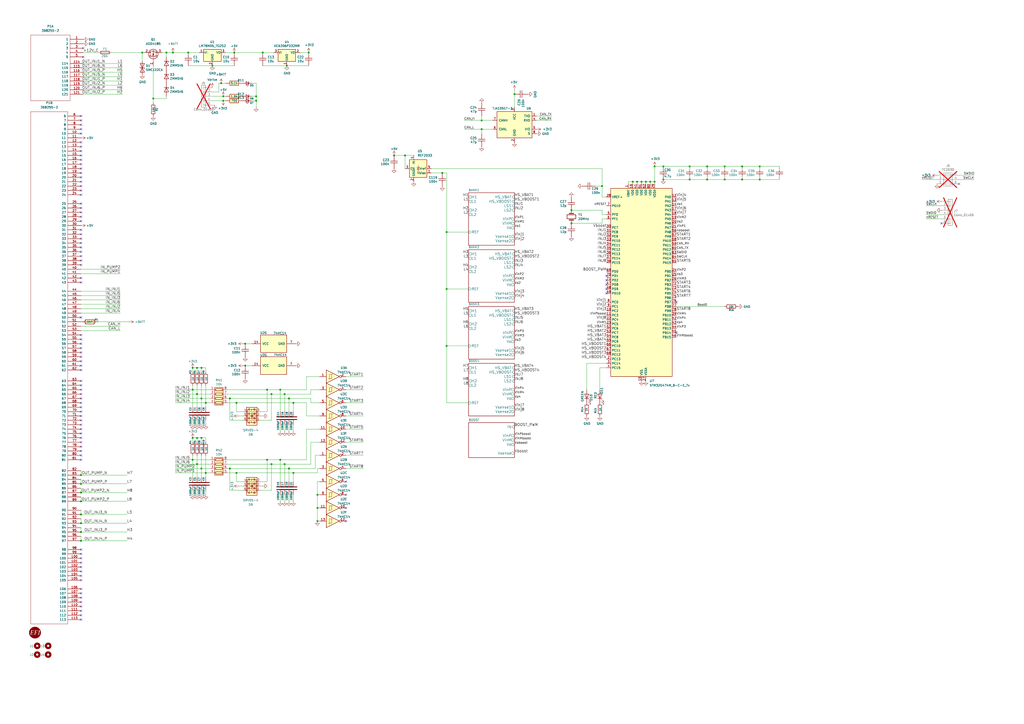
<source format=kicad_sch>
(kicad_sch (version 20250114) (generator "eeschema") (generator_version "9.0")
  (paper "A2")
  (title_block (title "GDI-STM") (date "2025-08-29") (rev "a") (company "rusEFI.com"))
  (junction (at 367.03 105.41))
  (junction (at 46.99 303.53))
  (junction (at 96.52 30.48))
  (junction (at 123.19 38.1))
  (junction (at 157.48 228.6))
  (junction (at 119.38 274.32))
  (junction (at 228.6 90.17))
  (junction (at 46.99 280.67))
  (junction (at 259.08 134.62))
  (junction (at 119.38 233.68))
  (junction (at 46.99 290.83))
  (junction (at 148.59 58.42))
  (junction (at 410.21 96.52))
  (junction (at 162.56 226.06))
  (junction (at 259.08 200.66))
  (junction (at 279.4 74.93))
  (junction (at 256.54 100.33))
  (junction (at 114.3 213.36))
  (junction (at 372.11 105.41))
  (junction (at 331.47 129.54))
  (junction (at 152.4 30.48))
  (junction (at 109.22 30.48))
  (junction (at 166.37 38.1))
  (junction (at 170.18 233.68))
  (junction (at 129.54 55.88))
  (junction (at 46.99 308.61))
  (junction (at 137.16 233.68))
  (junction (at 167.64 271.78))
  (junction (at 142.24 212.09))
  (junction (at 46.99 313.69))
  (junction (at 384.81 104.14))
  (junction (at 440.69 96.52))
  (junction (at 377.19 105.41))
  (junction (at 374.65 105.41))
  (junction (at 137.16 274.32))
  (junction (at 184.15 302.26))
  (junction (at 420.37 104.14))
  (junction (at 279.4 69.85))
  (junction (at 349.25 107.95))
  (junction (at 128.27 48.26))
  (junction (at 157.48 269.24))
  (junction (at 88.9 57.15))
  (junction (at 259.08 167.64))
  (junction (at 111.76 213.36))
  (junction (at 165.1 269.24))
  (junction (at 234.95 90.17))
  (junction (at 167.64 231.14))
  (junction (at 162.56 266.7))
  (junction (at 165.1 228.6))
  (junction (at 142.24 199.39))
  (junction (at 400.05 96.52))
  (junction (at 116.84 271.78))
  (junction (at 410.21 104.14))
  (junction (at 46.99 285.75))
  (junction (at 331.47 121.92))
  (junction (at 430.53 96.52))
  (junction (at 129.54 58.42))
  (junction (at 111.76 266.7))
  (junction (at 420.37 96.52))
  (junction (at 46.99 298.45))
  (junction (at 116.84 231.14))
  (junction (at 170.18 274.32))
  (junction (at 100.33 30.48))
  (junction (at 154.94 266.7))
  (junction (at 179.07 30.48))
  (junction (at 114.3 269.24))
  (junction (at 369.57 105.41))
  (junction (at 111.76 254))
  (junction (at 135.89 30.48))
  (junction (at 298.45 54.61))
  (junction (at 440.69 104.14))
  (junction (at 184.15 294.64))
  (junction (at 184.15 287.02))
  (junction (at 46.99 275.59))
  (junction (at 114.3 228.6))
  (junction (at 116.84 213.36))
  (junction (at 379.73 96.52))
  (junction (at 379.73 105.41))
  (junction (at 111.76 226.06))
  (junction (at 430.53 104.14))
  (junction (at 133.35 231.14))
  (junction (at 116.84 254))
  (junction (at 82.55 30.48))
  (junction (at 400.05 104.14))
  (junction (at 133.35 271.78))
  (junction (at 384.81 96.52))
  (junction (at 114.3 254))
  (junction (at 148.59 55.88))
  (junction (at 154.94 226.06))
  (no_connect (at 351.79 167.64))
  (no_connect (at 48.26 33.02))
  (no_connect (at 46.99 90.17))
  (no_connect (at 46.99 359.41))
  (no_connect (at 46.99 214.63))
  (no_connect (at 46.99 356.87))
  (no_connect (at 46.99 163.83))
  (no_connect (at 46.99 77.47))
  (no_connect (at 46.99 212.09))
  (no_connect (at 46.99 341.63))
  (no_connect (at 351.79 160.02))
  (no_connect (at 351.79 170.18))
  (no_connect (at 46.99 264.16))
  (no_connect (at 46.99 233.68))
  (no_connect (at 48.26 27.94))
  (no_connect (at 46.99 241.3))
  (no_connect (at 351.79 162.56))
  (no_connect (at 46.99 196.85))
  (no_connect (at 46.99 328.93))
  (no_connect (at 46.99 135.89))
  (no_connect (at 46.99 243.84))
  (no_connect (at 46.99 69.85))
  (no_connect (at 351.79 165.1))
  (no_connect (at 46.99 256.54))
  (no_connect (at 46.99 334.01))
  (no_connect (at 46.99 92.71))
  (no_connect (at 46.99 153.67))
  (no_connect (at 46.99 123.19))
  (no_connect (at 46.99 148.59))
  (no_connect (at 46.99 199.39))
  (no_connect (at 46.99 118.11))
  (no_connect (at 46.99 236.22))
  (no_connect (at 46.99 207.01))
  (no_connect (at 200.66 279.4))
  (no_connect (at 200.66 294.64))
  (no_connect (at 200.66 287.02))
  (no_connect (at 200.66 302.26))
  (no_connect (at 46.99 102.87))
  (no_connect (at 46.99 125.73))
  (no_connect (at 46.99 107.95))
  (no_connect (at 46.99 74.93))
  (no_connect (at 46.99 248.92))
  (no_connect (at 46.99 351.79))
  (no_connect (at 46.99 161.29))
  (no_connect (at 46.99 204.47))
  (no_connect (at 46.99 151.13))
  (no_connect (at 46.99 87.63))
  (no_connect (at 46.99 349.25))
  (no_connect (at 46.99 326.39))
  (no_connect (at 46.99 266.7))
  (no_connect (at 46.99 259.08))
  (no_connect (at 46.99 209.55))
  (no_connect (at 46.99 220.98))
  (no_connect (at 46.99 331.47))
  (no_connect (at 46.99 113.03))
  (no_connect (at 46.99 105.41))
  (no_connect (at 46.99 246.38))
  (no_connect (at 46.99 133.35))
  (no_connect (at 46.99 128.27))
  (no_connect (at 392.43 193.04))
  (no_connect (at 46.99 143.51))
  (no_connect (at 546.1 129.54))
  (no_connect (at 46.99 254))
  (no_connect (at 46.99 318.77))
  (no_connect (at 556.26 106.68))
  (no_connect (at 46.99 82.55))
  (no_connect (at 46.99 261.62))
  (no_connect (at 46.99 72.39))
  (no_connect (at 46.99 85.09))
  (no_connect (at 46.99 100.33))
  (no_connect (at 46.99 110.49))
  (no_connect (at 46.99 231.14))
  (no_connect (at 46.99 97.79))
  (no_connect (at 46.99 344.17))
  (no_connect (at 46.99 95.25))
  (no_connect (at 46.99 138.43))
  (no_connect (at 46.99 336.55))
  (no_connect (at 46.99 228.6))
  (no_connect (at 46.99 346.71))
  (no_connect (at 46.99 251.46))
  (no_connect (at 46.99 226.06))
  (no_connect (at 46.99 146.05))
  (no_connect (at 46.99 354.33))
  (no_connect (at 46.99 201.93))
  (no_connect (at 46.99 120.65))
  (no_connect (at 46.99 238.76))
  (no_connect (at 46.99 140.97))
  (no_connect (at 46.99 67.31))
  (no_connect (at 46.99 194.31))
  (no_connect (at 392.43 175.26))
  (no_connect (at 46.99 184.15))
  (no_connect (at 46.99 223.52))
  (no_connect (at 46.99 323.85))
  (no_connect (at 46.99 321.31))
  (wire (pts (xy 111.76 226.06) (xy 111.76 236.22)))
  (wire (pts (xy 119.38 264.16) (xy 119.38 274.32)))
  (wire (pts (xy 170.18 274.32) (xy 184.15 274.32)))
  (wire (pts (xy 420.37 177.8) (xy 392.43 177.8)))
  (wire (pts (xy 133.35 284.48) (xy 133.35 271.78)))
  (wire (pts (xy 349.25 121.92) (xy 331.47 121.92)))
  (wire (pts (xy 101.6 228.6) (xy 114.3 228.6)))
  (wire (pts (xy 369.57 105.41) (xy 372.11 105.41)))
  (wire (pts (xy 101.6 274.32) (xy 119.38 274.32)))
  (wire (pts (xy 170.18 246.38) (xy 170.18 250.19)))
  (wire (pts (xy 96.52 57.15) (xy 88.9 57.15)))
  (wire (pts (xy 137.16 274.32) (xy 170.18 274.32)))
  (wire (pts (xy 148.59 48.26) (xy 148.59 55.88)))
  (wire (pts (xy 210.82 256.54) (xy 200.66 256.54)))
  (wire (pts (xy 151.13 279.4) (xy 154.94 279.4)))
  (wire (pts (xy 184.15 287.02) (xy 185.42 287.02)))
  (wire (pts (xy 46.99 168.91) (xy 69.85 168.91)))
  (wire (pts (xy 180.34 269.24) (xy 180.34 256.54)))
  (wire (pts (xy 111.76 254) (xy 114.3 254)))
  (wire (pts (xy 111.76 213.36) (xy 114.3 213.36)))
  (wire (pts (xy 46.99 173.99) (xy 69.85 173.99)))
  (wire (pts (xy 132.08 271.78) (xy 133.35 271.78)))
  (wire (pts (xy 114.3 269.24) (xy 114.3 276.86)))
  (wire (pts (xy 111.76 287.02) (xy 111.76 284.48)))
  (wire (pts (xy 184.15 271.78) (xy 185.42 271.78)))
  (wire (pts (xy 185.42 233.68) (xy 180.34 233.68)))
  (wire (pts (xy 162.56 226.06) (xy 162.56 238.76)))
  (wire (pts (xy 119.38 274.32) (xy 121.92 274.32)))
  (wire (pts (xy 101.6 231.14) (xy 116.84 231.14)))
  (wire (pts (xy 88.9 38.1) (xy 88.9 57.15)))
  (wire (pts (xy 127 53.34) (xy 123.19 53.34)))
  (wire (pts (xy 347.98 226.06) (xy 347.98 213.36)))
  (wire (pts (xy 46.99 288.29) (xy 46.99 290.83)))
  (wire (pts (xy 182.88 264.16) (xy 185.42 264.16)))
  (wire (pts (xy 165.1 279.4) (xy 165.1 269.24)))
  (wire (pts (xy 96.52 30.48) (xy 96.52 33.02)))
  (wire (pts (xy 114.3 287.02) (xy 114.3 284.48)))
  (wire (pts (xy 279.4 69.85) (xy 285.75 69.85)))
  (wire (pts (xy 349.25 127) (xy 351.79 127)))
  (wire (pts (xy 556.26 101.6) (xy 565.15 101.6)))
  (wire (pts (xy 64.77 30.48) (xy 82.55 30.48)))
  (wire (pts (xy 180.34 228.6) (xy 165.1 228.6)))
  (wire (pts (xy 48.26 52.07) (xy 71.12 52.07)))
  (wire (pts (xy 48.26 30.48) (xy 57.15 30.48)))
  (wire (pts (xy 185.42 241.3) (xy 177.8 241.3)))
  (wire (pts (xy 142.24 199.39) (xy 146.05 199.39)))
  (wire (pts (xy 420.37 104.14) (xy 430.53 104.14)))
  (wire (pts (xy 96.52 55.88) (xy 96.52 57.15)))
  (wire (pts (xy 170.18 287.02) (xy 170.18 290.83)))
  (wire (pts (xy 347.98 213.36) (xy 351.79 213.36)))
  (wire (pts (xy 74.93 186.69) (xy 57.15 186.69)))
  (wire (pts (xy 210.82 271.78) (xy 200.66 271.78)))
  (wire (pts (xy 114.3 213.36) (xy 114.3 215.9)))
  (wire (pts (xy 165.1 269.24) (xy 180.34 269.24)))
  (wire (pts (xy 331.47 129.54) (xy 349.25 129.54)))
  (wire (pts (xy 210.82 218.44) (xy 200.66 218.44)))
  (wire (pts (xy 114.3 213.36) (xy 116.84 213.36)))
  (wire (pts (xy 116.84 231.14) (xy 116.84 236.22)))
  (wire (pts (xy 167.64 238.76) (xy 167.64 231.14)))
  (wire (pts (xy 132.08 269.24) (xy 157.48 269.24)))
  (wire (pts (xy 180.34 233.68) (xy 180.34 231.14)))
  (wire (pts (xy 116.84 271.78) (xy 116.84 276.86)))
  (wire (pts (xy 430.53 104.14) (xy 440.69 104.14)))
  (wire (pts (xy 170.18 238.76) (xy 170.18 233.68)))
  (wire (pts (xy 374.65 105.41) (xy 377.19 105.41)))
  (wire (pts (xy 184.15 279.4) (xy 184.15 287.02)))
  (wire (pts (xy 177.8 226.06) (xy 177.8 218.44)))
  (wire (pts (xy 170.18 279.4) (xy 170.18 274.32)))
  (wire (pts (xy 259.08 167.64) (xy 259.08 200.66)))
  (wire (pts (xy 46.99 191.77) (xy 69.85 191.77)))
  (wire (pts (xy 46.99 308.61) (xy 73.66 308.61)))
  (wire (pts (xy 259.08 134.62) (xy 259.08 167.64)))
  (wire (pts (xy 180.34 226.06) (xy 180.34 228.6)))
  (wire (pts (xy 133.35 231.14) (xy 167.64 231.14)))
  (wire (pts (xy 351.79 124.46) (xy 349.25 124.46)))
  (wire (pts (xy 93.98 30.48) (xy 96.52 30.48)))
  (wire (pts (xy 119.38 213.36) (xy 119.38 215.9)))
  (wire (pts (xy 83.82 30.48) (xy 82.55 30.48)))
  (wire (pts (xy 210.82 241.3) (xy 200.66 241.3)))
  (wire (pts (xy 157.48 269.24) (xy 165.1 269.24)))
  (wire (pts (xy 111.76 254) (xy 111.76 256.54)))
  (wire (pts (xy 119.38 233.68) (xy 121.92 233.68)))
  (wire (pts (xy 48.26 41.91) (xy 71.12 41.91)))
  (wire (pts (xy 46.99 275.59) (xy 73.66 275.59)))
  (wire (pts (xy 114.3 223.52) (xy 114.3 228.6)))
  (wire (pts (xy 101.6 266.7) (xy 111.76 266.7)))
  (wire (pts (xy 377.19 105.41) (xy 379.73 105.41)))
  (wire (pts (xy 167.64 246.38) (xy 167.64 250.19)))
  (wire (pts (xy 410.21 104.14) (xy 420.37 104.14)))
  (wire (pts (xy 119.38 233.68) (xy 119.38 236.22)))
  (wire (pts (xy 138.43 281.94) (xy 140.97 281.94)))
  (wire (pts (xy 46.99 278.13) (xy 46.99 280.67)))
  (wire (pts (xy 127 48.26) (xy 127 53.34)))
  (wire (pts (xy 151.13 281.94) (xy 152.4 281.94)))
  (wire (pts (xy 157.48 284.48) (xy 157.48 269.24)))
  (wire (pts (xy 157.48 228.6) (xy 165.1 228.6)))
  (wire (pts (xy 154.94 226.06) (xy 162.56 226.06)))
  (wire (pts (xy 96.52 30.48) (xy 100.33 30.48)))
  (wire (pts (xy 123.19 60.96) (xy 124.46 60.96)))
  (wire (pts (xy 46.99 181.61) (xy 69.85 181.61)))
  (wire (pts (xy 157.48 243.84) (xy 157.48 228.6)))
  (wire (pts (xy 116.84 213.36) (xy 119.38 213.36)))
  (wire (pts (xy 101.6 269.24) (xy 114.3 269.24)))
  (wire (pts (xy 537.21 124.46) (xy 546.1 124.46)))
  (wire (pts (xy 114.3 264.16) (xy 114.3 269.24)))
  (wire (pts (xy 349.25 124.46) (xy 349.25 121.92)))
  (wire (pts (xy 298.45 52.07) (xy 298.45 54.61)))
  (wire (pts (xy 82.55 30.48) (xy 82.55 35.56)))
  (wire (pts (xy 177.8 241.3) (xy 177.8 233.68)))
  (wire (pts (xy 148.59 58.42) (xy 148.59 62.23)))
  (wire (pts (xy 119.38 223.52) (xy 119.38 233.68)))
  (wire (pts (xy 142.24 212.09) (xy 146.05 212.09)))
  (wire (pts (xy 48.26 46.99) (xy 71.12 46.99)))
  (wire (pts (xy 349.25 97.79) (xy 349.25 107.95)))
  (wire (pts (xy 269.24 74.93) (xy 279.4 74.93)))
  (wire (pts (xy 151.13 241.3) (xy 152.4 241.3)))
  (wire (pts (xy 256.54 100.33) (xy 250.19 100.33)))
  (wire (pts (xy 116.84 254) (xy 119.38 254)))
  (wire (pts (xy 146.05 48.26) (xy 148.59 48.26)))
  (wire (pts (xy 46.99 313.69) (xy 73.66 313.69)))
  (wire (pts (xy 46.99 176.53) (xy 69.85 176.53)))
  (wire (pts (xy 114.3 228.6) (xy 114.3 236.22)))
  (wire (pts (xy 101.6 226.06) (xy 111.76 226.06)))
  (wire (pts (xy 279.4 67.31) (xy 279.4 69.85)))
  (wire (pts (xy 154.94 279.4) (xy 154.94 266.7)))
  (wire (pts (xy 162.56 266.7) (xy 162.56 279.4)))
  (wire (pts (xy 565.15 104.14) (xy 556.26 104.14)))
  (wire (pts (xy 116.84 231.14) (xy 121.92 231.14)))
  (wire (pts (xy 132.08 274.32) (xy 137.16 274.32)))
  (wire (pts (xy 400.05 96.52) (xy 410.21 96.52)))
  (wire (pts (xy 101.6 271.78) (xy 116.84 271.78)))
  (wire (pts (xy 184.15 274.32) (xy 184.15 271.78)))
  (wire (pts (xy 367.03 105.41) (xy 369.57 105.41)))
  (wire (pts (xy 119.38 254) (xy 119.38 256.54)))
  (wire (pts (xy 151.13 238.76) (xy 154.94 238.76)))
  (wire (pts (xy 132.08 226.06) (xy 154.94 226.06)))
  (wire (pts (xy 48.26 49.53) (xy 71.12 49.53)))
  (wire (pts (xy 184.15 287.02) (xy 184.15 294.64)))
  (wire (pts (xy 182.88 271.78) (xy 182.88 264.16)))
  (wire (pts (xy 109.22 38.1) (xy 123.19 38.1)))
  (wire (pts (xy 132.08 228.6) (xy 157.48 228.6)))
  (wire (pts (xy 250.19 97.79) (xy 349.25 97.79)))
  (wire (pts (xy 151.13 284.48) (xy 157.48 284.48)))
  (wire (pts (xy 234.95 90.17) (xy 234.95 97.79)))
  (wire (pts (xy 537.21 119.38) (xy 546.1 119.38)))
  (wire (pts (xy 114.3 254) (xy 114.3 256.54)))
  (wire (pts (xy 116.84 254) (xy 116.84 256.54)))
  (wire (pts (xy 116.84 271.78) (xy 121.92 271.78)))
  (wire (pts (xy 167.64 271.78) (xy 182.88 271.78)))
  (wire (pts (xy 374.65 105.41) (xy 374.65 106.68)))
  (wire (pts (xy 140.97 243.84) (xy 133.35 243.84)))
  (wire (pts (xy 140.97 212.09) (xy 142.24 212.09)))
  (wire (pts (xy 340.36 210.82) (xy 340.36 226.06)))
  (wire (pts (xy 148.59 55.88) (xy 148.59 58.42)))
  (wire (pts (xy 377.19 105.41) (xy 377.19 106.68)))
  (wire (pts (xy 279.4 74.93) (xy 285.75 74.93)))
  (wire (pts (xy 351.79 210.82) (xy 340.36 210.82)))
  (wire (pts (xy 228.6 90.17) (xy 234.95 90.17)))
  (wire (pts (xy 379.73 96.52) (xy 379.73 105.41)))
  (wire (pts (xy 123.19 55.88) (xy 129.54 55.88)))
  (wire (pts (xy 46.99 158.75) (xy 69.85 158.75)))
  (wire (pts (xy 127 48.26) (xy 128.27 48.26)))
  (wire (pts (xy 100.33 30.48) (xy 109.22 30.48)))
  (wire (pts (xy 146.05 58.42) (xy 148.59 58.42)))
  (wire (pts (xy 114.3 269.24) (xy 121.92 269.24)))
  (wire (pts (xy 46.99 280.67) (xy 73.66 280.67)))
  (wire (pts (xy 111.76 223.52) (xy 111.76 226.06)))
  (wire (pts (xy 116.84 287.02) (xy 116.84 284.48)))
  (wire (pts (xy 440.69 96.52) (xy 452.12 96.52)))
  (wire (pts (xy 111.76 226.06) (xy 121.92 226.06)))
  (wire (pts (xy 137.16 279.4) (xy 137.16 274.32)))
  (wire (pts (xy 430.53 96.52) (xy 440.69 96.52)))
  (wire (pts (xy 400.05 104.14) (xy 410.21 104.14)))
  (wire (pts (xy 132.08 231.14) (xy 133.35 231.14)))
  (wire (pts (xy 349.25 114.3) (xy 351.79 114.3)))
  (wire (pts (xy 46.99 300.99) (xy 46.99 303.53)))
  (polyline (pts (xy 129.54 228.6) (xy 129.54 228.6)) (stroke (width 0) (type dash)))
  (wire (pts (xy 119.38 274.32) (xy 119.38 276.86)))
  (wire (pts (xy 177.8 233.68) (xy 170.18 233.68)))
  (wire (pts (xy 345.44 107.95) (xy 349.25 107.95)))
  (wire (pts (xy 234.95 90.17) (xy 240.03 90.17)))
  (wire (pts (xy 133.35 243.84) (xy 133.35 231.14)))
  (wire (pts (xy 162.56 246.38) (xy 162.56 250.19)))
  (wire (pts (xy 116.84 213.36) (xy 116.84 215.9)))
  (wire (pts (xy 48.26 39.37) (xy 71.12 39.37)))
  (wire (pts (xy 46.99 273.05) (xy 46.99 275.59)))
  (wire (pts (xy 128.27 48.26) (xy 130.81 48.26)))
  (wire (pts (xy 48.26 36.83) (xy 71.12 36.83)))
  (wire (pts (xy 116.84 264.16) (xy 116.84 271.78)))
  (wire (pts (xy 165.1 246.38) (xy 165.1 250.19)))
  (wire (pts (xy 162.56 287.02) (xy 162.56 290.83)))
  (wire (pts (xy 48.26 44.45) (xy 71.12 44.45)))
  (wire (pts (xy 146.05 55.88) (xy 148.59 55.88)))
  (wire (pts (xy 132.08 233.68) (xy 137.16 233.68)))
  (wire (pts (xy 88.9 57.15) (xy 88.9 59.69)))
  (wire (pts (xy 152.4 30.48) (xy 158.75 30.48)))
  (wire (pts (xy 379.73 105.41) (xy 379.73 106.68)))
  (wire (pts (xy 369.57 105.41) (xy 369.57 106.68)))
  (wire (pts (xy 46.99 295.91) (xy 46.99 298.45)))
  (wire (pts (xy 259.08 233.68) (xy 271.78 233.68)))
  (wire (pts (xy 116.84 246.38) (xy 116.84 243.84)))
  (wire (pts (xy 185.42 226.06) (xy 180.34 226.06)))
  (wire (pts (xy 46.99 189.23) (xy 69.85 189.23)))
  (wire (pts (xy 46.99 283.21) (xy 46.99 285.75)))
  (wire (pts (xy 111.76 266.7) (xy 111.76 276.86)))
  (wire (pts (xy 184.15 279.4) (xy 185.42 279.4)))
  (wire (pts (xy 46.99 306.07) (xy 46.99 308.61)))
  (wire (pts (xy 140.97 284.48) (xy 133.35 284.48)))
  (wire (pts (xy 140.97 279.4) (xy 137.16 279.4)))
  (wire (pts (xy 46.99 298.45) (xy 73.66 298.45)))
  (wire (pts (xy 259.08 200.66) (xy 259.08 233.68)))
  (wire (pts (xy 259.08 167.64) (xy 271.78 167.64)))
  (wire (pts (xy 180.34 256.54) (xy 185.42 256.54)))
  (wire (pts (xy 48.26 54.61) (xy 71.12 54.61)))
  (wire (pts (xy 129.54 58.42) (xy 130.81 58.42)))
  (wire (pts (xy 177.8 248.92) (xy 185.42 248.92)))
  (wire (pts (xy 162.56 266.7) (xy 177.8 266.7)))
  (wire (pts (xy 165.1 238.76) (xy 165.1 228.6)))
  (wire (pts (xy 440.69 104.14) (xy 452.12 104.14)))
  (wire (pts (xy 162.56 226.06) (xy 177.8 226.06)))
  (wire (pts (xy 420.37 96.52) (xy 430.53 96.52)))
  (wire (pts (xy 184.15 294.64) (xy 185.42 294.64)))
  (wire (pts (xy 46.99 290.83) (xy 73.66 290.83)))
  (wire (pts (xy 132.08 266.7) (xy 154.94 266.7)))
  (wire (pts (xy 46.99 179.07) (xy 69.85 179.07)))
  (wire (pts (xy 46.99 156.21) (xy 69.85 156.21)))
  (wire (pts (xy 167.64 287.02) (xy 167.64 290.83)))
  (wire (pts (xy 167.64 279.4) (xy 167.64 271.78)))
  (wire (pts (xy 152.4 38.1) (xy 166.37 38.1)))
  (wire (pts (xy 165.1 287.02) (xy 165.1 290.83)))
  (wire (pts (xy 101.6 233.68) (xy 119.38 233.68)))
  (wire (pts (xy 154.94 266.7) (xy 162.56 266.7)))
  (wire (pts (xy 46.99 303.53) (xy 73.66 303.53)))
  (wire (pts (xy 259.08 200.66) (xy 271.78 200.66)))
  (wire (pts (xy 180.34 231.14) (xy 167.64 231.14)))
  (wire (pts (xy 133.35 271.78) (xy 167.64 271.78)))
  (wire (pts (xy 138.43 241.3) (xy 140.97 241.3)))
  (wire (pts (xy 364.49 105.41) (xy 364.49 106.68)))
  (wire (pts (xy 114.3 254) (xy 116.84 254)))
  (wire (pts (xy 119.38 287.02) (xy 119.38 284.48)))
  (wire (pts (xy 154.94 238.76) (xy 154.94 226.06)))
  (wire (pts (xy 269.24 69.85) (xy 279.4 69.85)))
  (wire (pts (xy 111.76 246.38) (xy 111.76 243.84)))
  (wire (pts (xy 177.8 266.7) (xy 177.8 248.92)))
  (wire (pts (xy 46.99 285.75) (xy 73.66 285.75)))
  (wire (pts (xy 311.15 69.85) (xy 320.04 69.85)))
  (wire (pts (xy 210.82 248.92) (xy 200.66 248.92)))
  (wire (pts (xy 372.11 105.41) (xy 374.65 105.41)))
  (wire (pts (xy 367.03 105.41) (xy 367.03 106.68)))
  (wire (pts (xy 349.25 107.95) (xy 349.25 114.3)))
  (wire (pts (xy 109.22 30.48) (xy 115.57 30.48)))
  (wire (pts (xy 114.3 228.6) (xy 121.92 228.6)))
  (wire (pts (xy 111.76 264.16) (xy 111.76 266.7)))
  (wire (pts (xy 184.15 302.26) (xy 185.42 302.26)))
  (wire (pts (xy 137.16 233.68) (xy 170.18 233.68)))
  (wire (pts (xy 140.97 238.76) (xy 137.16 238.76)))
  (wire (pts (xy 384.81 96.52) (xy 400.05 96.52)))
  (wire (pts (xy 137.16 238.76) (xy 137.16 233.68)))
  (wire (pts (xy 372.11 105.41) (xy 372.11 106.68)))
  (wire (pts (xy 184.15 294.64) (xy 184.15 302.26)))
  (wire (pts (xy 410.21 96.52) (xy 420.37 96.52)))
  (wire (pts (xy 537.21 127) (xy 546.1 127)))
  (wire (pts (xy 119.38 246.38) (xy 119.38 243.84)))
  (wire (pts (xy 210.82 233.68) (xy 200.66 233.68)))
  (wire (pts (xy 534.67 104.14) (xy 543.56 104.14)))
  (wire (pts (xy 123.19 58.42) (xy 129.54 58.42)))
  (wire (pts (xy 46.99 171.45) (xy 69.85 171.45)))
  (wire (pts (xy 116.84 223.52) (xy 116.84 231.14)))
  (wire (pts (xy 140.97 199.39) (xy 142.24 199.39)))
  (wire (pts (xy 279.4 74.93) (xy 279.4 77.47)))
  (wire (pts (xy 130.81 30.48) (xy 135.89 30.48)))
  (wire (pts (xy 173.99 30.48) (xy 179.07 30.48)))
  (wire (pts (xy 349.25 129.54) (xy 349.25 127)))
  (wire (pts (xy 259.08 134.62) (xy 271.78 134.62)))
  (wire (pts (xy 259.08 100.33) (xy 256.54 100.33)))
  (wire (pts (xy 298.45 54.61) (xy 298.45 62.23)))
  (wire (pts (xy 384.81 104.14) (xy 400.05 104.14)))
  (wire (pts (xy 114.3 246.38) (xy 114.3 243.84)))
  (wire (pts (xy 210.82 226.06) (xy 200.66 226.06)))
  (wire (pts (xy 379.73 96.52) (xy 384.81 96.52)))
  (wire (pts (xy 111.76 213.36) (xy 111.76 215.9)))
  (wire (pts (xy 364.49 105.41) (xy 367.03 105.41)))
  (wire (pts (xy 135.89 30.48) (xy 152.4 30.48)))
  (wire (pts (xy 177.8 218.44) (xy 185.42 218.44)))
  (wire (pts (xy 259.08 100.33) (xy 259.08 134.62)))
  (wire (pts (xy 129.54 55.88) (xy 130.81 55.88)))
  (wire (pts (xy 123.19 38.1) (xy 135.89 38.1)))
  (wire (pts (xy 151.13 243.84) (xy 157.48 243.84)))
  (wire (pts (xy 46.99 311.15) (xy 46.99 313.69)))
  (wire (pts (xy 320.04 67.31) (xy 311.15 67.31)))
  (wire (pts (xy 111.76 266.7) (xy 121.92 266.7)))
  (wire (pts (xy 166.37 38.1) (xy 179.07 38.1)))
  (wire (pts (xy 210.82 264.16) (xy 200.66 264.16)))
  (label "INJ5" (at 298.45 185.42 0) (effects (font (size 1.524 1.524))))
  (label "nRESET" (at 351.79 119.38 180))
  (label "L8" (at 73.66 290.83 0) (effects (font (size 1.524 1.524))))
  (label "IN_INJ6" (at 69.85 176.53 180) (effects (font (size 1.524 1.524))))
  (label "HS_VBOOST4" (at 351.79 208.28 180) (effects (font (size 1.524 1.524))))
  (label "L8" (at 271.78 223.52 180) (effects (font (size 1.524 1.524))))
  (label "H8" (at 271.78 220.98 180) (effects (font (size 1.524 1.524))))
  (label "START1" (at 210.82 218.44 180) (effects (font (size 1.524 1.524))))
  (label "Vinj3" (at 298.45 170.18 0) (effects (font (size 1.524 1.524))))
  (label "START4" (at 392.43 167.64 0) (effects (font (size 1.524 1.524))))
  (label "START8" (at 210.82 271.78 180) (effects (font (size 1.524 1.524))))
  (label "SWDIO" (at 537.21 124.46 0))
  (label "VinM4" (at 298.45 228.6 0))
  (label "Vinj5" (at 298.45 203.2 0) (effects (font (size 1.524 1.524))))
  (label "Vinj6" (at 298.45 205.74 0) (effects (font (size 1.524 1.524))))
  (label "CAN_RX" (at 320.04 69.85 180))
  (label "OUT_INJ2_N" (at 60.96 49.53 180) (effects (font (size 1.524 1.524))))
  (label "START2" (at 392.43 139.7 0) (effects (font (size 1.524 1.524))))
  (label "IN_PUMP2" (at 101.6 271.78 0) (effects (font (size 1.524 1.524))))
  (label "VinPboost" (at 351.79 182.88 180))
  (label "Vo3" (at 298.45 198.12 0))
  (label "Boot0" (at 410.21 177.8 180))
  (label "INJ4" (at 351.79 142.24 180) (effects (font (size 1.524 1.524))))
  (label "OUT_PUMP2_N" (at 63.5 285.75 180) (effects (font (size 1.524 1.524))))
  (label "L6" (at 71.12 39.37 180) (effects (font (size 1.524 1.524))))
  (label "L1" (at 71.12 36.83 180) (effects (font (size 1.524 1.524))))
  (label "L1" (at 271.78 116.84 180) (effects (font (size 1.524 1.524))))
  (label "INJ7" (at 298.45 218.44 0) (effects (font (size 1.524 1.524))))
  (label "HS_VBAT4" (at 298.45 213.36 0) (effects (font (size 1.524 1.524))))
  (label "Vinj5" (at 392.43 116.84 0) (effects (font (size 1.524 1.524))))
  (label "OUT_INJ5_N" (at 60.96 44.45 180) (effects (font (size 1.524 1.524))))
  (label "L7" (at 271.78 215.9 180) (effects (font (size 1.524 1.524))))
  (label "OUT_INJ4_N" (at 62.23 303.53 180) (effects (font (size 1.524 1.524))))
  (label "H1" (at 271.78 114.3 180) (effects (font (size 1.524 1.524))))
  (label "Voboost" (at 298.45 257.81 0))
  (label "HS_VBAT4" (at 351.79 198.12 180) (effects (font (size 1.524 1.524))))
  (label "OUT_INJ2_P" (at 60.96 54.61 180) (effects (font (size 1.524 1.524))))
  (label "CAN_TX" (at 392.43 144.78 0))
  (label "START5" (at 392.43 152.4 0) (effects (font (size 1.524 1.524))))
  (label "SWCLK" (at 565.15 104.14 180))
  (label "Vinj6" (at 392.43 121.92 0) (effects (font (size 1.524 1.524))))
  (label "OUT_INJ3_N" (at 62.23 298.45 180) (effects (font (size 1.524 1.524))))
  (label "VinM3" (at 298.45 195.58 0))
  (label "INJ5" (at 351.79 144.78 180) (effects (font (size 1.524 1.524))))
  (label "INJ6" (at 298.45 187.96 0) (effects (font (size 1.524 1.524))))
  (label "HS_VBOOST2" (at 351.79 203.2 180) (effects (font (size 1.524 1.524))))
  (label "H6" (at 271.78 187.96 180) (effects (font (size 1.524 1.524))))
  (label "START1" (at 392.43 137.16 0) (effects (font (size 1.524 1.524))))
  (label "H4" (at 73.66 313.69 0) (effects (font (size 1.524 1.524))))
  (label "IN_INJ1" (at 101.6 226.06 0) (effects (font (size 1.524 1.524))))
  (label "OUT_INJ3_P" (at 62.23 308.61 180) (effects (font (size 1.524 1.524))))
  (label "Vo1" (at 392.43 119.38 0))
  (label "VinM4" (at 392.43 182.88 0))
  (label "VinMboost" (at 392.43 195.58 0))
  (label "L3" (at 73.66 298.45 0) (effects (font (size 1.524 1.524))))
  (label "CAN_H" (at 69.85 189.23 180) (effects (font (size 1.524 1.524))))
  (label "Voboost" (at 392.43 134.62 0))
  (label "L3" (at 271.78 149.86 180) (effects (font (size 1.524 1.524))))
  (label "Vo2" (at 298.45 165.1 0))
  (label "IN_INJ2" (at 101.6 228.6 0) (effects (font (size 1.524 1.524))))
  (label "H7" (at 73.66 275.59 0) (effects (font (size 1.524 1.524))))
  (label "HS_VBOOST3" (at 351.79 205.74 180) (effects (font (size 1.524 1.524))))
  (label "START6" (at 392.43 170.18 0) (effects (font (size 1.524 1.524))))
  (label "VinPboost" (at 298.45 252.73 0))
  (label "H8" (at 73.66 285.75 0) (effects (font (size 1.524 1.524))))
  (label "START4" (at 210.82 241.3 180) (effects (font (size 1.524 1.524))))
  (label "Vo2" (at 392.43 129.54 0))
  (label "VinM1" (at 298.45 129.54 0))
  (label "VinM3" (at 392.43 162.56 0))
  (label "INJ3" (at 298.45 152.4 0) (effects (font (size 1.524 1.524))))
  (label "START3" (at 210.82 233.68 180) (effects (font (size 1.524 1.524))))
  (label "START7" (at 392.43 172.72 0) (effects (font (size 1.524 1.524))))
  (label "IN_PUMP1" (at 69.85 158.75 180) (effects (font (size 1.524 1.524))))
  (label "Vboost" (at 298.45 262.89 0) (effects (font (size 1.524 1.524))))
  (label "OUT_INJ6_N" (at 60.96 39.37 180) (effects (font (size 1.524 1.524))))
  (label "OUT_INJ6_P" (at 60.96 52.07 180) (effects (font (size 1.524 1.524))))
  (label "CAN_L" (at 69.85 191.77 180) (effects (font (size 1.524 1.524))))
  (label "L7" (at 73.66 280.67 0) (effects (font (size 1.524 1.524))))
  (label "CAN_RX" (at 392.43 142.24 0))
  (label "OUT_PUMP2_P" (at 63.5 290.83 180) (effects (font (size 1.524 1.524))))
  (label "nRESET" (at 534.67 104.14 0))
  (label "CAN_H" (at 269.24 69.85 0))
  (label "HS_VBOOST2" (at 298.45 149.86 0) (effects (font (size 1.524 1.524))))
  (label "HS_VBAT1" (at 351.79 190.5 180) (effects (font (size 1.524 1.524))))
  (label "VinP4" (at 298.45 226.06 0))
  (label "HS_VBAT3" (at 298.45 180.34 0) (effects (font (size 1.524 1.524))))
  (label "START5" (at 210.82 248.92 180) (effects (font (size 1.524 1.524))))
  (label "H4" (at 271.78 154.94 180) (effects (font (size 1.524 1.524))))
  (label "HS_VBOOST4" (at 298.45 215.9 0) (effects (font (size 1.524 1.524))))
  (label "L4" (at 271.78 157.48 180) (effects (font (size 1.524 1.524))))
  (label "START6" (at 210.82 256.54 180) (effects (font (size 1.524 1.524))))
  (label "SWDIO" (at 392.43 147.32 0))
  (label "H5" (at 271.78 180.34 180) (effects (font (size 1.524 1.524))))
  (label "INJ7" (at 351.79 149.86 180) (effects (font (size 1.524 1.524))))
  (label "H5" (at 71.12 41.91 180) (effects (font (size 1.524 1.524))))
  (label "IN_INJ5" (at 69.85 171.45 180) (effects (font (size 1.524 1.524))))
  (label "HS_VBOOST1" (at 351.79 200.66 180) (effects (font (size 1.524 1.524))))
  (label "IN_INJ5" (at 101.6 266.7 0) (effects (font (size 1.524 1.524))))
  (label "Vinj7" (at 298.45 236.22 0) (effects (font (size 1.524 1.524))))
  (label "L2" (at 271.78 124.46 180) (effects (font (size 1.524 1.524))))
  (label "INJ2" (at 298.45 121.92 0) (effects (font (size 1.524 1.524))))
  (label "VinP2" (at 298.45 160.02 0))
  (label "L4" (at 73.66 303.53 0) (effects (font (size 1.524 1.524))))
  (label "HS_VBAT2" (at 351.79 193.04 180) (effects (font (size 1.524 1.524))))
  (label "INJ8" (at 298.45 220.98 0) (effects (font (size 1.524 1.524))))
  (label "START7" (at 210.82 264.16 180) (effects (font (size 1.524 1.524))))
  (label "H3" (at 73.66 308.61 0) (effects (font (size 1.524 1.524))))
  (label "IN_INJ4" (at 69.85 181.61 180) (effects (font (size 1.524 1.524))))
  (label "Vo4" (at 392.43 187.96 0))
  (label "Vinj8" (at 351.79 185.42 180) (effects (font (size 1.524 1.524))))
  (label "HS_VBOOST1" (at 298.45 116.84 0) (effects (font (size 1.524 1.524))))
  (label "INJ8" (at 351.79 152.4 180) (effects (font (size 1.524 1.524))))
  (label "INJ6" (at 351.79 147.32 180) (effects (font (size 1.524 1.524))))
  (label "OUT_INJ5_P" (at 60.96 41.91 180) (effects (font (size 1.524 1.524))))
  (label "HS_VBAT1" (at 298.45 114.3 0) (effects (font (size 1.524 1.524))))
  (label "L5" (at 71.12 44.45 180) (effects (font (size 1.524 1.524))))
  (label "L6" (at 271.78 190.5 180) (effects (font (size 1.524 1.524))))
  (label "Vinj7" (at 392.43 124.46 0) (effects (font (size 1.524 1.524))))
  (label "Vinj8" (at 298.45 238.76 0) (effects (font (size 1.524 1.524))))
  (label "IN_INJ3" (at 69.85 173.99 180) (effects (font (size 1.524 1.524))))
  (label "HS_VBAT2" (at 298.45 147.32 0) (effects (font (size 1.524 1.524))))
  (label "VinP1" (at 298.45 127 0))
  (label "BOOST_PWM" (at 298.45 247.65 0) (effects (font (size 1.524 1.524))))
  (label "HS_VBAT3" (at 351.79 195.58 180) (effects (font (size 1.524 1.524))))
  (label "Vinj2" (at 351.79 177.8 180) (effects (font (size 1.524 1.524))))
  (label "H2" (at 71.12 54.61 180) (effects (font (size 1.524 1.524))))
  (label "VinP2" (at 392.43 157.48 0))
  (label "Vo4" (at 298.45 231.14 0))
  (label "IN_PUMP1" (at 101.6 274.32 0) (effects (font (size 1.524 1.524))))
  (label "IN_INJ2" (at 69.85 179.07 180) (effects (font (size 1.524 1.524))))
  (label "nRESET" (at 537.21 127 0))
  (label "VinP4" (at 392.43 185.42 0))
  (label "OUT_PUMP_N" (at 62.23 275.59 180) (effects (font (size 1.524 1.524))))
  (label "L5" (at 271.78 182.88 180) (effects (font (size 1.524 1.524))))
  (label "Vinj2" (at 298.45 139.7 0) (effects (font (size 1.524 1.524))))
  (label "HS_VBOOST3" (at 298.45 182.88 0) (effects (font (size 1.524 1.524))))
  (label "Vo1" (at 298.45 132.08 0))
  (label "VinM2" (at 298.45 162.56 0))
  (label "+12V_C" (at 48.26 30.48 0) (effects (font (size 1.524 1.524))))
  (label "H1" (at 71.12 46.99 180) (effects (font (size 1.524 1.524))))
  (label "OUT_INJ4_P" (at 62.23 313.69 180) (effects (font (size 1.524 1.524))))
  (label "Vinj4" (at 298.45 172.72 0) (effects (font (size 1.524 1.524))))
  (label "VinP1" (at 392.43 132.08 0))
  (label "START3" (at 392.43 165.1 0) (effects (font (size 1.524 1.524))))
  (label "SWDIO" (at 565.15 101.6 180))
  (label "BOOST_PWM" (at 351.79 157.48 180) (effects (font (size 1.524 1.524))))
  (label "VinP3" (at 298.45 193.04 0))
  (label "VinMboost" (at 298.45 255.27 0))
  (label "Vinj1" (at 298.45 137.16 0) (effects (font (size 1.524 1.524))))
  (label "H7" (at 271.78 213.36 180) (effects (font (size 1.524 1.524))))
  (label "Vo3" (at 392.43 160.02 0))
  (label "IN_INJ4" (at 101.6 233.68 0) (effects (font (size 1.524 1.524))))
  (label "Vinj4" (at 392.43 114.3 0) (effects (font (size 1.524 1.524))))
  (label "START2" (at 210.82 226.06 180) (effects (font (size 1.524 1.524))))
  (label "INJ3" (at 351.79 139.7 180) (effects (font (size 1.524 1.524))))
  (label "VinM2" (at 392.43 127 0))
  (label "INJ4" (at 298.45 154.94 0) (effects (font (size 1.524 1.524))))
  (label "VinM1" (at 351.79 187.96 180))
  (label "INJ1" (at 298.45 119.38 0) (effects (font (size 1.524 1.524))))
  (label "Vboost" (at 351.79 132.08 180) (effects (font (size 1.524 1.524))))
  (label "IN_INJ3" (at 101.6 231.14 0) (effects (font (size 1.524 1.524))))
  (label "IN_INJ6" (at 101.6 269.24 0) (effects (font (size 1.524 1.524))))
  (label "VinP3" (at 392.43 190.5 0))
  (label "CAN_L" (at 269.24 74.93 0))
  (label "H2" (at 271.78 121.92 180) (effects (font (size 1.524 1.524))))
  (label "Vinj3" (at 351.79 180.34 180) (effects (font (size 1.524 1.524))))
  (label "CAN_TX" (at 320.04 67.31 180))
  (label "H6" (at 71.12 52.07 180) (effects (font (size 1.524 1.524))))
  (label "H3" (at 271.78 147.32 180) (effects (font (size 1.524 1.524))))
  (label "IN_INJ1" (at 69.85 168.91 180) (effects (font (size 1.524 1.524))))
  (label "OUT_INJ1_P" (at 60.96 46.99 180) (effects (font (size 1.524 1.524))))
  (label "OUT_INJ1_N" (at 60.96 36.83 180) (effects (font (size 1.524 1.524))))
  (label "SWCLK" (at 392.43 149.86 0))
  (label "INJ1" (at 351.79 134.62 180) (effects (font (size 1.524 1.524))))
  (label "SWCLK" (at 537.21 119.38 0))
  (label "INJ2" (at 351.79 137.16 180) (effects (font (size 1.524 1.524))))
  (label "START8" (at 392.43 180.34 0) (effects (font (size 1.524 1.524))))
  (label "IN_PUMP2" (at 69.85 156.21 180) (effects (font (size 1.524 1.524))))
  (label "Vinj1" (at 351.79 175.26 180) (effects (font (size 1.524 1.524))))
  (label "OUT_PUMP_P" (at 62.23 280.67 180) (effects (font (size 1.524 1.524))))
  (label "L2" (at 71.12 49.53 180) (effects (font (size 1.524 1.524))))
  (symbol (lib_id "Device:LED_Small") (at 143.51 55.88 180) (unit 1)
    (property "Reference" "D6" (at 146.05 57.15 0) (effects (font (size 1.016 1.016))))
    (property "Value" "LED_Small" (effects (hide yes)))
    (property "Footprint" "LED_SMD:LED_0805_2012Metric" (effects (hide yes)))
    (property "Description" "Light emitting diode, small symbol" (effects (hide yes)))
    (property "LCSC" "C2296" (effects (hide yes)))
    (property "Sim.Pin" "1=K 2=A" (effects (hide yes)))
  )
  (symbol (lib_id "Device:LED_Small") (at 143.51 48.26 180) (unit 1)
    (property "Reference" "D5" (at 146.05 49.53 0) (effects (font (size 1.016 1.016))))
    (property "Value" "LED_Small" (effects (hide yes)))
    (property "Footprint" "LED_SMD:LED_0805_2012Metric" (effects (hide yes)))
    (property "Description" "Light emitting diode, small symbol" (effects (hide yes)))
    (property "LCSC" "C2296" (effects (hide yes)))
    (property "Sim.Pin" "1=K 2=A" (effects (hide yes)))
  )
  (symbol (lib_id "power:GND") (at 148.59 62.23 0) (unit 1)
    (property "Reference" "#PWR046" (effects (hide yes)))
    (property "Value" "GND" (effects (hide yes)))
    (property "Description" "Power symbol creates a global label with name \"GND\" , ground" (effects (hide yes)))
  )
  (symbol (lib_id "Device:LED_Small") (at 143.51 58.42 180) (unit 1)
    (property "Reference" "D7" (at 146.05 59.69 0) (effects (font (size 1.016 1.016))))
    (property "Value" "LED_Small" (effects (hide yes)))
    (property "Footprint" "LED_SMD:LED_0805_2012Metric" (effects (hide yes)))
    (property "Description" "Light emitting diode, small symbol" (effects (hide yes)))
    (property "LCSC" "C2296" (effects (hide yes)))
    (property "Sim.Pin" "1=K 2=A" (effects (hide yes)))
  )
  (symbol (lib_id "power:+3.3V") (at 543.56 101.6 90) (unit 1)
    (property "Reference" "#PWR0134" (effects (hide yes)))
    (property "Value" "+3V3" (at 537.21 101.6 90))
    (property "Description" "Power symbol creates a global label with name \"+3.3V\"" (effects (hide yes)))
  )
  (symbol (lib_id "power:GND") (at 170.18 250.19 0) (unit 1)
    (property "Reference" "#PWR065" (effects (hide yes)))
    (property "Value" "GND" (effects (hide yes)))
    (property "Description" "Power symbol creates a global label with name \"GND\" , ground" (effects (hide yes)))
  )
  (symbol (lib_id "power:+3.3V") (at 111.76 254 0) (unit 1)
    (property "Reference" "#PWR013" (effects (hide yes)))
    (property "Value" "+3V3" (at 111.76 250.19 0))
    (property "Description" "Power symbol creates a global label with name \"+3.3V\"" (effects (hide yes)))
  )
  (symbol (lib_id "Connector_Generic:Conn_01x06") (at 551.18 121.92 0) (unit 1) (dnp yes)
    (property "Reference" "J7" (at 553.2121 122.4291 0) (effects (justify left)))
    (property "Value" "Conn_01x06" (at 553.2121 124.7278 0) (effects (justify left)))
    (property "Footprint" "Connector_PinHeader_2.54mm:PinHeader_1x06_P2.54mm_Vertical" (effects (hide yes)))
  )
  (symbol (lib_id "power:GND") (at 114.3 246.38 0) (unit 1)
    (property "Reference" "#PWR015" (effects (hide yes)))
    (property "Value" "GND" (effects (hide yes)))
    (property "Description" "Power symbol creates a global label with name \"GND\" , ground" (effects (hide yes)))
  )
  (symbol (lib_id "power:+3.3V") (at 379.73 96.52 0) (unit 1)
    (property "Reference" "#PWR0131" (effects (hide yes)))
    (property "Value" "+3V3" (at 380.111 92.1258 0))
    (property "Description" "Power symbol creates a global label with name \"+3.3V\"" (effects (hide yes)))
  )
  (symbol (lib_id "power:GND") (at 170.18 290.83 0) (unit 1)
    (property "Reference" "#PWR066" (effects (hide yes)))
    (property "Value" "GND" (effects (hide yes)))
    (property "Description" "Power symbol creates a global label with name \"GND\" , ground" (effects (hide yes)))
  )
  (symbol (lib_id "Reference_Voltage:REF2033") (at 242.57 97.79 0) (unit 1)
    (property "Reference" "U5" (at 242.1733 87.63 0) (effects (justify left)))
    (property "Value" "REF2033" (at 242.1733 90.17 0) (effects (justify left)))
    (property "Footprint" "Package_TO_SOT_SMD:SOT-23-5" (effects (hide yes)))
    (property "Datasheet" "https://www.ti.com/lit/ds/symlink/ref2033.pdf" (effects (hide yes)))
    (property "Description" "3.3V Low-Drift, Low-Power, Dual-Output, VREF and VREF / 2 Voltage Reference, SOT-23-5" (effects (hide yes)))
    (property "LCSC" "C440747" (effects (hide yes)))
  )
  (symbol (lib_id "74xx:74HC14") (at 193.04 256.54 0) (unit 6)
    (property "Reference" "U3" (at 199.39 251.46 0))
    (property "Value" "74HC14" (at 199.39 254 0))
    (property "Footprint" "Package_SO:TSSOP-14_4.4x5mm_P0.65mm" (effects (hide yes)))
    (property "Datasheet" "http://www.ti.com/lit/gpn/sn74HC14" (effects (hide yes)))
  )
  (symbol (lib_id "power:GND") (at 111.76 287.02 0) (unit 1)
    (property "Reference" "#PWR014" (effects (hide yes)))
    (property "Value" "GND" (effects (hide yes)))
    (property "Description" "Power symbol creates a global label with name \"GND\" , ground" (effects (hide yes)))
  )
  (symbol (lib_id "Device:C") (at 119.38 240.03 0) (mirror x) (unit 1)
    (property "Reference" "C8" (at 118.11 236.22 90) (effects (font (size 1.016 1.016)) (justify left)))
    (property "Value" "1000pF" (at 118.11 241.3 90) (effects (font (size 1.016 1.016)) (justify left)))
    (property "Footprint" "Capacitor_SMD:C_0603_1608Metric" (effects (hide yes)))
    (property "LCSC" "C106247" (effects (hide yes)))
  )
  (symbol (lib_id "power:GND") (at 111.76 246.38 0) (unit 1)
    (property "Reference" "#PWR012" (effects (hide yes)))
    (property "Value" "GND" (effects (hide yes)))
    (property "Description" "Power symbol creates a global label with name \"GND\" , ground" (effects (hide yes)))
  )
  (symbol (lib_id "Device:D_Zener") (at 96.52 52.07 270) (unit 1)
    (property "Reference" "D4" (at 98.552 50.9016 90) (effects (justify left)))
    (property "Value" "ZMM5V6" (at 98.552 53.213 90) (effects (justify left)))
    (property "Footprint" "Diode_SMD:D_MiniMELF" (effects (hide yes)))
    (property "Datasheet" "https://datasheet.lcsc.com/szlcsc/Semtech-ZMM5V6_C8062.pdf" (effects (hide yes)))
    (property "LCSC" "C7497481" (effects (hide yes)))
  )
  (symbol (lib_id "hellen-one-common:Cap") (at 420.37 100.33 270) (mirror x) (unit 1)
    (property "Reference" "C33" (at 417.5759 99.1806 90) (effects (justify right)))
    (property "Value" "100n" (at 417.5759 101.4793 90) (effects (justify right)))
    (property "Footprint" "hellen-one-common:C0603" (effects (hide yes)))
    (property "LCSC" "C14663" (effects (hide yes)))
  )
  (symbol (lib_id "Device:C") (at 170.18 283.21 0) (mirror x) (unit 1)
    (property "Reference" "C21" (at 168.91 279.4 90) (effects (font (size 1.016 1.016)) (justify left)))
    (property "Value" "1000pF" (at 168.91 284.48 90) (effects (font (size 1.016 1.016)) (justify left)))
    (property "Footprint" "Capacitor_SMD:C_0603_1608Metric" (effects (hide yes)))
    (property "LCSC" "C106247" (effects (hide yes)))
  )
  (symbol (lib_id "Regulator_Linear:XC6206PxxxMR") (at 166.37 30.48 0) (unit 1)
    (property "Reference" "U4" (at 166.37 24.3332 0))
    (property "Value" "XC6206P332MR" (at 166.37 26.6446 0))
    (property "Footprint" "Package_TO_SOT_SMD:SOT-23-3" (effects (hide yes)))
    (property "Datasheet" "https://www.torexsemi.com/file/xc6206/XC6206.pdf" (effects (hide yes)))
    (property "Description" "Positive 60-250mA Low Dropout Regulator, Fixed Output, SOT-23" (effects (hide yes)))
    (property "LCSC" "C5446" (effects (hide yes)))
  )
  (symbol (lib_id "power:GND") (at 306.07 54.61 90) (mirror x) (unit 1)
    (property "Reference" "#PWR0121" (effects (hide yes)))
    (property "Value" "GND" (at 310.4642 54.737 0))
    (property "Description" "Power symbol creates a global label with name \"GND\" , ground" (effects (hide yes)))
  )
  (symbol (lib_id "Mechanical:MountingHole") (at 21.59 379.73 0) (mirror y) (unit 1) (exclude_from_sim yes) (in_bom no)
    (property "Reference" "J2" (at 19.558 379.8316 0) (effects (justify left)))
    (property "Value" "Conn_01x01" (effects (hide yes)))
    (property "Footprint" "MountingHole:MountingHole_5.5mm" (effects (hide yes)))
    (property "Description" "Mounting Hole without connection" (effects (hide yes)))
  )
  (symbol (lib_id "power:+3.3V") (at 140.97 212.09 90) (unit 1)
    (property "Reference" "#PWR042" (effects (hide yes)))
    (property "Value" "+3V3" (at 134.62 212.09 90))
    (property "Description" "Power symbol creates a global label with name \"+3.3V\"" (effects (hide yes)))
  )
  (symbol (lib_id "Mechanical:MountingHole") (at 27.94 374.65 0) (mirror y) (unit 1) (exclude_from_sim yes) (in_bom no)
    (property "Reference" "J3" (at 25.908 374.7516 0) (effects (justify left)))
    (property "Value" "Conn_01x01" (effects (hide yes)))
    (property "Footprint" "MountingHole:MountingHole_3.5mm" (effects (hide yes)))
    (property "Description" "Mounting Hole without connection" (effects (hide yes)))
  )
  (symbol (lib_id "hellen-one-common:Jumper-Pad-Pad") (at 52.07 186.69 0) (unit 1)
    (property "Reference" "R1" (at 55.88 185.42 0) (effects (font (size 1.016 1.016))))
    (property "Value" "DNP" (at 52.07 186.69 0) (effects (font (size 1.016 1.016))))
    (property "Footprint" "hellen-one-common:PAD-0805-PAD" (effects (hide yes)))
  )
  (symbol (lib_id "TE_368255-2:368255-2") (at 27.94 218.44 0) (mirror y) (unit 2)
    (property "Reference" "P1" (at 28.575 59.69 0))
    (property "Value" "368255-2" (at 28.575 62.23 0))
    (property "Footprint" "kicad6-libraries:TE_368255-2" (effects (hide yes)))
  )
  (symbol (lib_id "power:GND") (at 311.15 77.47 90) (mirror x) (unit 1)
    (property "Reference" "#PWR0123" (effects (hide yes)))
    (property "Value" "GND" (at 314.4012 77.597 90) (effects (justify right)))
    (property "Description" "Power symbol creates a global label with name \"GND\" , ground" (effects (hide yes)))
  )
  (symbol (lib_id "hellen-one-common:Cap") (at 279.4 81.28 270) (mirror x) (unit 1)
    (property "Reference" "C25" (at 276.6059 80.1306 90) (effects (justify right)))
    (property "Value" "47p" (at 276.6059 82.4293 90) (effects (justify right)))
    (property "Footprint" "hellen-one-common:C0603" (effects (hide yes)))
    (property "LCSC" "C1671" (effects (hide yes)))
  )
  (symbol (lib_id "rusefi_logo:RUSEFI_LOGO") (at 20.32 367.03 0) (unit 1) (in_bom no)
    (property "Reference" "G1" (effects (hide yes)))
    (property "Value" "RUSEFI_LOGO" (effects (hide yes)))
    (property "Footprint" "kicad6-libraries:rusefi_logo" (effects (hide yes)))
  )
  (symbol (lib_id "Power_Protection:NUP4202") (at 146.05 241.3 90) (unit 1)
    (property "Reference" "D8" (at 145.415 252.095 90))
    (property "Value" "SRV05-4" (at 145.415 249.555 90))
    (property "Footprint" "Package_TO_SOT_SMD:SOT-23-6" (effects (hide yes)))
    (property "LCSC" "C85364" (effects (hide yes)))
  )
  (symbol (lib_id "Device:R") (at 116.84 219.71 0) (unit 1)
    (property "Reference" "R7" (at 115.57 215.9 90) (effects (font (size 1.016 1.016))))
    (property "Value" "1K" (at 117.0178 219.6846 90) (effects (font (size 1.016 1.016))))
    (property "Footprint" "Resistor_SMD:R_0603_1608Metric" (effects (hide yes)))
    (property "LCSC" "C21190" (effects (hide yes)))
  )
  (symbol (lib_id "power:GND") (at 374.65 220.98 0) (unit 1)
    (property "Reference" "#PWR0130" (effects (hide yes)))
    (property "Value" "GND" (effects (hide yes)))
    (property "Description" "Power symbol creates a global label with name \"GND\" , ground" (effects (hide yes)))
  )
  (symbol (lib_id "74xx:74HC14") (at 193.04 226.06 0) (unit 2)
    (property "Reference" "U3" (at 199.39 220.98 0))
    (property "Value" "74HC14" (at 199.39 223.52 0))
    (property "Footprint" "Package_SO:TSSOP-14_4.4x5mm_P0.65mm" (effects (hide yes)))
    (property "Datasheet" "http://www.ti.com/lit/gpn/sn74HC14" (effects (hide yes)))
  )
  (symbol (lib_id "power:GND") (at 184.15 302.26 0) (unit 1)
    (property "Reference" "#PWR0113" (effects (hide yes)))
    (property "Value" "GND" (effects (hide yes)))
    (property "Description" "Power symbol creates a global label with name \"GND\" , ground" (effects (hide yes)))
  )
  (symbol (lib_id "power:GND") (at 340.36 241.3 0) (unit 1)
    (property "Reference" "#PWR0127" (effects (hide yes)))
    (property "Value" "GND" (at 340.487 245.6942 0))
    (property "Description" "Power symbol creates a global label with name \"GND\" , ground" (effects (hide yes)))
  )
  (symbol (lib_id "hellen-one-common:Cap") (at 142.24 203.2 270) (mirror x) (unit 1)
    (property "Reference" "C11" (at 139.4459 202.0506 90) (effects (justify right)))
    (property "Value" "100n" (at 139.4459 204.3493 90) (effects (justify right)))
    (property "Footprint" "hellen-one-common:C0603" (effects (hide yes)))
    (property "LCSC" "C14663" (effects (hide yes)))
  )
  (symbol (lib_id "power:GND") (at 142.24 219.71 0) (unit 1)
    (property "Reference" "#PWR044" (effects (hide yes)))
    (property "Value" "GND" (effects (hide yes)))
    (property "Description" "Power symbol creates a global label with name \"GND\" , ground" (effects (hide yes)))
  )
  (symbol (lib_id "power:GND") (at 228.6 97.79 0) (unit 1)
    (property "Reference" "#PWR0115" (effects (hide yes)))
    (property "Value" "GND" (effects (hide yes)))
    (property "Description" "Power symbol creates a global label with name \"GND\" , ground" (effects (hide yes)))
  )
  (symbol (lib_id "Device:C") (at 165.1 242.57 0) (mirror x) (unit 1)
    (property "Reference" "C16" (at 163.83 238.76 90) (effects (font (size 1.016 1.016)) (justify left)))
    (property "Value" "1000pF" (at 163.83 243.84 90) (effects (font (size 1.016 1.016)) (justify left)))
    (property "Footprint" "Capacitor_SMD:C_0603_1608Metric" (effects (hide yes)))
    (property "LCSC" "C106247" (effects (hide yes)))
  )
  (symbol (lib_id "power:GND") (at 152.4 241.3 90) (unit 1)
    (property "Reference" "#PWR047" (effects (hide yes)))
    (property "Value" "GND" (effects (hide yes)))
    (property "Description" "Power symbol creates a global label with name \"GND\" , ground" (effects (hide yes)))
  )
  (symbol (lib_id "power:+5V") (at 298.45 52.07 0) (mirror y) (unit 1)
    (property "Reference" "#PWR0119" (effects (hide yes)))
    (property "Value" "+5V" (at 298.069 47.6758 0))
    (property "Description" "Power symbol creates a global label with name \"+5V\"" (effects (hide yes)))
  )
  (symbol (lib_id "Mechanical:MountingHole") (at 21.59 374.65 0) (mirror y) (unit 1) (exclude_from_sim yes) (in_bom no)
    (property "Reference" "J1" (at 19.558 374.7516 0) (effects (justify left)))
    (property "Value" "Conn_01x01" (effects (hide yes)))
    (property "Footprint" "MountingHole:MountingHole_3.5mm" (effects (hide yes)))
    (property "Description" "Mounting Hole without connection" (effects (hide yes)))
  )
  (symbol (lib_id "power:GND") (at 171.45 212.09 90) (unit 1)
    (property "Reference" "#PWR0101" (effects (hide yes)))
    (property "Value" "GND" (effects (hide yes)))
    (property "Description" "Power symbol creates a global label with name \"GND\" , ground" (effects (hide yes)))
  )
  (symbol (lib_id "Device:R") (at 111.76 260.35 0) (unit 1)
    (property "Reference" "R4" (at 110.49 256.54 90) (effects (font (size 1.016 1.016))))
    (property "Value" "1K" (at 111.9378 260.3246 90) (effects (font (size 1.016 1.016))))
    (property "Footprint" "Resistor_SMD:R_0603_1608Metric" (effects (hide yes)))
    (property "LCSC" "C21190" (effects (hide yes)))
  )
  (symbol (lib_id "74xx:74HC14") (at 193.04 294.64 0) (unit 5)
    (property "Reference" "U2" (at 199.39 289.56 0))
    (property "Value" "74HC14" (at 199.39 292.1 0))
    (property "Footprint" "Package_SO:TSSOP-14_4.4x5mm_P0.65mm" (effects (hide yes)))
    (property "Datasheet" "http://www.ti.com/lit/gpn/sn74HC14" (effects (hide yes)))
  )
  (symbol (lib_id "power:GND") (at 167.64 250.19 0) (unit 1)
    (property "Reference" "#PWR061" (effects (hide yes)))
    (property "Value" "GND" (effects (hide yes)))
    (property "Description" "Power symbol creates a global label with name \"GND\" , ground" (effects (hide yes)))
  )
  (symbol (lib_id "hellen-one-common:Cap") (at 142.24 215.9 270) (mirror x) (unit 1)
    (property "Reference" "C12" (at 139.4459 214.7506 90) (effects (justify right)))
    (property "Value" "100n" (at 139.4459 217.0493 90) (effects (justify right)))
    (property "Footprint" "hellen-one-common:C0603" (effects (hide yes)))
    (property "LCSC" "C14663" (effects (hide yes)))
  )
  (symbol (lib_id "74xx:74HC14") (at 158.75 199.39 90) (unit 7)
    (property "Reference" "U2" (at 154.8566 193.0652 90) (effects (justify left)))
    (property "Value" "74HC14" (at 166.1574 193.2682 90) (effects (justify left)))
    (property "Footprint" "Package_SO:TSSOP-14_4.4x5mm_P0.65mm" (effects (hide yes)))
    (property "Datasheet" "http://www.ti.com/lit/gpn/sn74HC14" (effects (hide yes)))
  )
  (symbol (lib_id "Device:C") (at 114.3 280.67 0) (mirror x) (unit 1)
    (property "Reference" "C5" (at 113.03 276.86 90) (effects (font (size 1.016 1.016)) (justify left)))
    (property "Value" "1000pF" (at 113.03 281.94 90) (effects (font (size 1.016 1.016)) (justify left)))
    (property "Footprint" "Capacitor_SMD:C_0603_1608Metric" (effects (hide yes)))
    (property "LCSC" "C106247" (effects (hide yes)))
  )
  (symbol (lib_id "hellen-one-common:Cap") (at 228.6 93.98 270) (mirror x) (unit 1)
    (property "Reference" "C23" (at 225.8059 92.8306 90) (effects (justify right)))
    (property "Value" "100n" (at 225.8059 95.1293 90) (effects (justify right)))
    (property "Footprint" "hellen-one-common:C0603" (effects (hide yes)))
    (property "LCSC" "C14663" (effects (hide yes)))
  )
  (symbol (lib_id "hellen-one-common:Cap") (at 384.81 100.33 90) (unit 1)
    (property "Reference" "C30" (at 385.2392 98.5953 90) (effects (justify right)))
    (property "Value" "4.7u" (at 385.1165 102.2131 90) (effects (justify right)))
    (property "Footprint" "hellen-one-common:C0603" (effects (hide yes)))
    (property "LCSC" "C19666" (effects (hide yes)))
  )
  (symbol (lib_id "TE_368255-2:368255-2") (at 29.21 35.56 0) (mirror y) (unit 1)
    (property "Reference" "P1" (at 29.21 15.24 0))
    (property "Value" "368255-2" (at 29.21 17.78 0))
    (property "Footprint" "kicad6-libraries:TE_368255-2" (effects (hide yes)))
  )
  (symbol (lib_id "hellen-one-common:Cap") (at 152.4 34.29 90) (unit 1)
    (property "Reference" "C13" (at 155.1941 33.1406 90) (effects (justify right)))
    (property "Value" "10u" (at 155.1941 35.4393 90) (effects (justify right)))
    (property "Footprint" "Capacitor_SMD:C_0805_2012Metric" (effects (hide yes)))
    (property "LCSC" "C15850" (effects (hide yes)))
  )
  (symbol (lib_id "Connector_Generic:Conn_02x03_Odd_Even") (at 548.64 104.14 0) (unit 1) (in_bom no) (dnp yes)
    (property "Reference" "J6" (at 549.91 96.1198 0))
    (property "Value" "TC2030" (at 549.91 98.4185 0))
    (property "Footprint" "Connector:Tag-Connect_TC2030-IDC-NL_2x03_P1.27mm_Vertical" (effects (hide yes)))
  )
  (symbol (lib_id "power:+3.3V") (at 138.43 241.3 90) (unit 1)
    (property "Reference" "#PWR036" (effects (hide yes)))
    (property "Value" "+3V3" (at 134.62 241.3 0))
    (property "Description" "Power symbol creates a global label with name \"+3.3V\"" (effects (hide yes)))
  )
  (symbol (lib_id "power:GND") (at 166.37 38.1 0) (unit 1)
    (property "Reference" "#PWR051" (effects (hide yes)))
    (property "Value" "GND" (at 166.497 42.4942 0))
    (property "Description" "Power symbol creates a global label with name \"GND\" , ground" (effects (hide yes)))
  )
  (symbol (lib_id "hellen-one-common:Res") (at 140.97 55.88 180) (unit 1)
    (property "Reference" "R12" (at 139.7 54.61 0))
    (property "Value" "1.6k" (at 135.89 55.88 0))
    (property "Footprint" "hellen-one-common:R0603" (effects (hide yes)))
    (property "LCSC" "C22847" (effects (hide yes)))
  )
  (symbol (lib_id "Device:R_Pack04") (at 127 271.78 270) (unit 1)
    (property "Reference" "RN2" (at 127 261.1882 90))
    (property "Value" "10k" (at 127 263.4996 90))
    (property "Footprint" "Resistor_SMD:R_Array_Convex_4x0603" (effects (hide yes)))
    (property "Description" "4 resistor network, parallel topology" (effects (hide yes)))
    (property "Part #" "YC164-JR-0710KL" (effects (hide yes)))
    (property "VEND#" "YC164J-10KCT-ND" (effects (hide yes)))
    (property "VEND" "DIGI" (effects (hide yes)))
    (property "Manufacturer" "Yageo" (effects (hide yes)))
    (property "LCSC" "C29718" (effects (hide yes)))
  )
  (symbol (lib_id "power:GND") (at 119.38 287.02 0) (unit 1)
    (property "Reference" "#PWR023" (effects (hide yes)))
    (property "Value" "GND" (effects (hide yes)))
    (property "Description" "Power symbol creates a global label with name \"GND\" , ground" (effects (hide yes)))
  )
  (symbol (lib_id "74xx:74HC14") (at 193.04 271.78 0) (unit 2)
    (property "Reference" "U2" (at 199.39 266.7 0))
    (property "Value" "74HC14" (at 199.39 269.24 0))
    (property "Footprint" "Package_SO:TSSOP-14_4.4x5mm_P0.65mm" (effects (hide yes)))
    (property "Datasheet" "http://www.ti.com/lit/gpn/sn74HC14" (effects (hide yes)))
  )
  (symbol (lib_id "hellen-one-common:Cap") (at 179.07 34.29 270) (mirror x) (unit 1)
    (property "Reference" "C22" (at 176.2759 33.1406 90) (effects (justify right)))
    (property "Value" "10u" (at 176.2759 35.4393 90) (effects (justify right)))
    (property "Footprint" "Capacitor_SMD:C_0805_2012Metric" (effects (hide yes)))
    (property "LCSC" "C15850" (effects (hide yes)))
  )
  (symbol (lib_id "Connector_Generic:Conn_01x05") (at 118.11 55.88 0) (mirror y) (unit 1) (in_bom no) (dnp yes)
    (property "Reference" "J5" (at 117.856 48.26 0))
    (property "Value" "Conn_01x05" (at 118.11 63.5 0))
    (property "Footprint" "Connector_PinHeader_2.54mm:PinHeader_1x05_P2.54mm_Vertical" (effects (hide yes)))
    (property "Description" "Generic connector, single row, 01x05, script generated (kicad-library-utils/schlib/autogen/connector/)" (effects (hide yes)))
  )
  (symbol (lib_id "Device:C") (at 116.84 240.03 0) (mirror x) (unit 1)
    (property "Reference" "C6" (at 115.57 236.22 90) (effects (font (size 1.016 1.016)) (justify left)))
    (property "Value" "1000pF" (at 115.57 241.3 90) (effects (font (size 1.016 1.016)) (justify left)))
    (property "Footprint" "Capacitor_SMD:C_0603_1608Metric" (effects (hide yes)))
    (property "LCSC" "C106247" (effects (hide yes)))
  )
  (symbol (lib_id "power:GND") (at 152.4 281.94 90) (unit 1)
    (property "Reference" "#PWR048" (effects (hide yes)))
    (property "Value" "GND" (effects (hide yes)))
    (property "Description" "Power symbol creates a global label with name \"GND\" , ground" (effects (hide yes)))
  )
  (symbol (lib_id "power:GND") (at 162.56 290.83 0) (unit 1)
    (property "Reference" "#PWR050" (effects (hide yes)))
    (property "Value" "GND" (effects (hide yes)))
    (property "Description" "Power symbol creates a global label with name \"GND\" , ground" (effects (hide yes)))
  )
  (symbol (lib_id "power:GND") (at 116.84 287.02 0) (unit 1)
    (property "Reference" "#PWR021" (effects (hide yes)))
    (property "Value" "GND" (effects (hide yes)))
    (property "Description" "Power symbol creates a global label with name \"GND\" , ground" (effects (hide yes)))
  )
  (symbol (lib_id "hellen-one-common:Cap") (at 279.4 63.5 270) (mirror x) (unit 1)
    (property "Reference" "C24" (at 276.6059 62.3506 90) (effects (justify right)))
    (property "Value" "47p" (at 276.6059 64.6493 90) (effects (justify right)))
    (property "Footprint" "hellen-one-common:C0603" (effects (hide yes)))
    (property "LCSC" "C1671" (effects (hide yes)))
  )
  (symbol (lib_id "power:GND") (at 384.81 104.14 0) (unit 1)
    (property "Reference" "#PWR0132" (effects (hide yes)))
    (property "Value" "GND" (effects (hide yes)))
    (property "Description" "Power symbol creates a global label with name \"GND\" , ground" (effects (hide yes)))
  )
  (symbol (lib_id "Device:R_Pack04") (at 127 231.14 270) (unit 1)
    (property "Reference" "RN1" (at 127 220.5482 90))
    (property "Value" "10k" (at 127 222.8596 90))
    (property "Footprint" "Resistor_SMD:R_Array_Convex_4x0603" (effects (hide yes)))
    (property "Description" "4 resistor network, parallel topology" (effects (hide yes)))
    (property "Part #" "YC164-JR-0710KL" (effects (hide yes)))
    (property "VEND#" "YC164J-10KCT-ND" (effects (hide yes)))
    (property "VEND" "DIGI" (effects (hide yes)))
    (property "Manufacturer" "Yageo" (effects (hide yes)))
    (property "LCSC" "C29718" (effects (hide yes)))
  )
  (symbol (lib_id "Device:LED") (at 347.98 229.87 90) (unit 1)
    (property "Reference" "D11" (at 349.0528 224.6013 0) (effects (justify right)))
    (property "Value" "RED" (at 345.44 227.33 0) (effects (justify right)))
    (property "Footprint" "LED_SMD:LED_0603_1608Metric" (effects (hide yes)))
    (property "Description" "Light emitting diode" (effects (hide yes)))
    (property "LCSC" "C2286" (effects (hide yes)))
    (property "Sim.Pins" "1=K 2=A" (effects (hide yes)))
  )
  (symbol (lib_id "power:+5V") (at 135.89 30.48 0) (unit 1)
    (property "Reference" "#PWR035" (effects (hide yes)))
    (property "Value" "+5V" (at 135.89 26.67 0))
    (property "Description" "Power symbol creates a global label with name \"+5V\"" (effects (hide yes)))
  )
  (symbol (lib_id "hellen-one-common:Cap") (at 302.26 54.61 0) (mirror y) (unit 1)
    (property "Reference" "C26" (at 301.1106 57.4041 90) (effects (justify right)))
    (property "Value" "100n" (at 303.4093 57.4041 90) (effects (justify right)))
    (property "Footprint" "hellen-one-common:C0603" (effects (hide yes)))
    (property "LCSC" "C14663" (effects (hide yes)))
  )
  (symbol (lib_id "74xx:74HC14") (at 193.04 233.68 0) (unit 3)
    (property "Reference" "U3" (at 199.39 228.6 0))
    (property "Value" "74HC14" (at 199.39 231.14 0))
    (property "Footprint" "Package_SO:TSSOP-14_4.4x5mm_P0.65mm" (effects (hide yes)))
    (property "Datasheet" "http://www.ti.com/lit/gpn/sn74HC14" (effects (hide yes)))
  )
  (symbol (lib_id "power:+3.3V") (at 546.1 116.84 90) (unit 1)
    (property "Reference" "#PWR0136" (effects (hide yes)))
    (property "Value" "+3V3" (at 539.75 116.84 90))
    (property "Description" "Power symbol creates a global label with name \"+3.3V\"" (effects (hide yes)))
  )
  (symbol (lib_id "Device:R") (at 116.84 260.35 0) (unit 1)
    (property "Reference" "R8" (at 115.57 256.54 90) (effects (font (size 1.016 1.016))))
    (property "Value" "1K" (at 117.0178 260.3246 90) (effects (font (size 1.016 1.016))))
    (property "Footprint" "Resistor_SMD:R_0603_1608Metric" (effects (hide yes)))
    (property "LCSC" "C21190" (effects (hide yes)))
  )
  (symbol (lib_id "hellen-one-common:Cap") (at 452.12 100.33 270) (mirror x) (unit 1)
    (property "Reference" "C36" (at 449.3259 99.1806 90) (effects (justify right)))
    (property "Value" "100n" (at 449.3259 101.4793 90) (effects (justify right)))
    (property "Footprint" "hellen-one-common:C0603" (effects (hide yes)))
    (property "LCSC" "C14663" (effects (hide yes)))
  )
  (symbol (lib_id "Device:R") (at 340.36 237.49 180) (unit 1)
    (property "Reference" "R14" (at 337.82 237.49 90) (effects (font (size 1.016 1.016))))
    (property "Value" "1K" (at 340.1822 237.5154 90) (effects (font (size 1.016 1.016))))
    (property "Footprint" "Resistor_SMD:R_0603_1608Metric" (effects (hide yes)))
    (property "LCSC" "C21190" (effects (hide yes)))
  )
  (symbol (lib_id "hellen-one-common:Cap") (at 440.69 100.33 270) (mirror x) (unit 1)
    (property "Reference" "C35" (at 437.8959 99.1806 90) (effects (justify right)))
    (property "Value" "100n" (at 437.8959 101.4793 90) (effects (justify right)))
    (property "Footprint" "hellen-one-common:C0603" (effects (hide yes)))
    (property "LCSC" "C14663" (effects (hide yes)))
  )
  (symbol (lib_id "Transistor_FET:QM6015D") (at 88.9 33.02 90) (unit 1)
    (property "Reference" "Q1" (at 88.9 22.86 90))
    (property "Value" "AOD4185" (at 88.9 25.4 90))
    (property "Footprint" "Package_TO_SOT_SMD:TO-252-2" (effects (hide yes)))
    (property "LCSC" "C400894" (effects (hide yes)))
  )
  (symbol (lib_id "power:GND") (at 162.56 250.19 0) (unit 1)
    (property "Reference" "#PWR049" (effects (hide yes)))
    (property "Value" "GND" (effects (hide yes)))
    (property "Description" "Power symbol creates a global label with name \"GND\" , ground" (effects (hide yes)))
  )
  (symbol (lib_id "74xx:74HC14") (at 158.75 212.09 90) (unit 7)
    (property "Reference" "U3" (at 154.9242 205.9225 90) (effects (justify left)))
    (property "Value" "74HC14" (at 166.3604 205.8548 90) (effects (justify left)))
    (property "Footprint" "Package_SO:TSSOP-14_4.4x5mm_P0.65mm" (effects (hide yes)))
    (property "Datasheet" "http://www.ti.com/lit/gpn/sn74HC14" (effects (hide yes)))
  )
  (symbol (lib_id "Device:C") (at 111.76 240.03 0) (mirror x) (unit 1)
    (property "Reference" "C2" (at 110.49 236.22 90) (effects (font (size 1.016 1.016)) (justify left)))
    (property "Value" "1000pF" (at 110.49 241.3 90) (effects (font (size 1.016 1.016)) (justify left)))
    (property "Footprint" "Capacitor_SMD:C_0603_1608Metric" (effects (hide yes)))
    (property "LCSC" "C106247" (effects (hide yes)))
  )
  (symbol (lib_id "74xx:74HC14") (at 193.04 302.26 0) (unit 6)
    (property "Reference" "U2" (at 199.39 297.18 0))
    (property "Value" "74HC14" (at 199.39 299.72 0))
    (property "Footprint" "Package_SO:TSSOP-14_4.4x5mm_P0.65mm" (effects (hide yes)))
    (property "Datasheet" "http://www.ti.com/lit/gpn/sn74HC14" (effects (hide yes)))
  )
  (symbol (lib_id "74xx:74HC14") (at 193.04 279.4 0) (unit 3)
    (property "Reference" "U2" (at 199.39 274.32 0))
    (property "Value" "74HC14" (at 199.39 276.86 0))
    (property "Footprint" "Package_SO:TSSOP-14_4.4x5mm_P0.65mm" (effects (hide yes)))
    (property "Datasheet" "http://www.ti.com/lit/gpn/sn74HC14" (effects (hide yes)))
  )
  (symbol (lib_id "Device:D_TVS") (at 82.55 39.37 270) (unit 1)
    (property "Reference" "D1" (at 84.5566 38.2016 90) (effects (justify left)))
    (property "Value" "SMCJ22CA" (at 84.5566 40.513 90) (effects (justify left)))
    (property "Footprint" "Diode_SMD:D_SMC" (effects (hide yes)))
    (property "LCSC" "C151904" (effects (hide yes)))
  )
  (symbol (lib_id "hellen-one-common:Cap") (at 256.54 104.14 270) (mirror x) (unit 1)
    (property "Reference" "C119" (at 253.7459 102.9906 90) (effects (justify right)))
    (property "Value" "100n" (at 253.7459 105.2893 90) (effects (justify right)))
    (property "Footprint" "hellen-one-common:C0603" (effects (hide yes)))
    (property "LCSC" "C14663" (effects (hide yes)))
  )
  (symbol (lib_id "Device:D_Zener") (at 96.52 36.83 270) (unit 1)
    (property "Reference" "D2" (at 98.552 35.6616 90) (effects (justify left)))
    (property "Value" "ZMM5V6" (at 98.552 37.973 90) (effects (justify left)))
    (property "Footprint" "Diode_SMD:D_MiniMELF" (effects (hide yes)))
    (property "Datasheet" "https://datasheet.lcsc.com/szlcsc/Semtech-ZMM5V6_C8062.pdf" (effects (hide yes)))
    (property "LCSC" "C7497481" (effects (hide yes)))
  )
  (symbol (lib_id "power:+BATT") (at 74.93 186.69 270) (unit 1)
    (property "Reference" "#PWR05" (effects (hide yes)))
    (property "Value" "+BATT" (at 81.28 186.69 90))
    (property "Description" "Power symbol creates a global label with name \"+BATT\"" (effects (hide yes)))
  )
  (symbol (lib_id "Device:R") (at 114.3 219.71 0) (unit 1)
    (property "Reference" "R5" (at 113.03 215.9 90) (effects (font (size 1.016 1.016))))
    (property "Value" "1K" (at 114.4778 219.6846 90) (effects (font (size 1.016 1.016))))
    (property "Footprint" "Resistor_SMD:R_0603_1608Metric" (effects (hide yes)))
    (property "LCSC" "C21190" (effects (hide yes)))
  )
  (symbol (lib_id "power:+5V") (at 228.6 90.17 0) (unit 1)
    (property "Reference" "#PWR0114" (effects (hide yes)))
    (property "Value" "+5V" (at 228.6 86.36 0))
    (property "Description" "Power symbol creates a global label with name \"+5V\"" (effects (hide yes)))
  )
  (symbol (lib_id "power:+5V") (at 46.99 130.81 270) (unit 1)
    (property "Reference" "#PWR02" (effects (hide yes)))
    (property "Value" "+5V" (at 52.07 130.81 90))
    (property "Description" "Power symbol creates a global label with name \"+5V\"" (effects (hide yes)))
  )
  (symbol (lib_id "Device:R") (at 88.9 63.5 0) (mirror x) (unit 1)
    (property "Reference" "R2" (at 90.932 63.5 90) (effects (font (size 1.016 1.016))))
    (property "Value" "10K" (at 89.0778 63.5254 90) (effects (font (size 1.016 1.016))))
    (property "Footprint" "Resistor_SMD:R_0603_1608Metric" (effects (hide yes)))
    (property "LCSC" "C25804" (effects (hide yes)))
    (property "Manufacturer" "StackPole" (effects (hide yes)))
    (property "Part #" "RMCF0603JT10K0" (effects (hide yes)))
    (property "VEND" "DIGI" (effects (hide yes)))
    (property "VEND#" "RMCF0603JT10K0CT-ND" (effects (hide yes)))
  )
  (symbol (lib_id "power:GND") (at 165.1 250.19 0) (unit 1)
    (property "Reference" "#PWR053" (effects (hide yes)))
    (property "Value" "GND" (effects (hide yes)))
    (property "Description" "Power symbol creates a global label with name \"GND\" , ground" (effects (hide yes)))
  )
  (symbol (lib_id "power:+5V") (at 46.99 80.01 270) (unit 1)
    (property "Reference" "#PWR01" (effects (hide yes)))
    (property "Value" "+5V" (at 52.07 80.01 90))
    (property "Description" "Power symbol creates a global label with name \"+5V\"" (effects (hide yes)))
  )
  (symbol (lib_id "Device:LED") (at 340.36 229.87 90) (unit 1)
    (property "Reference" "D10" (at 342.9 228.6 0) (effects (justify right)))
    (property "Value" "GREEN" (at 337.82 226.695 0) (effects (justify right)))
    (property "Footprint" "LED_SMD:LED_0603_1608Metric" (effects (hide yes)))
    (property "Description" "Light emitting diode" (effects (hide yes)))
    (property "LCSC" "C12624" (effects (hide yes)))
    (property "Sim.Pins" "1=K 2=A" (effects (hide yes)))
  )
  (symbol (lib_id "hellen-one-common:Cap") (at 331.47 133.35 270) (mirror x) (unit 1)
    (property "Reference" "C28" (at 328.6759 132.2006 90) (effects (justify right)))
    (property "Value" "12p" (at 328.6759 134.4993 90) (effects (justify right)))
    (property "Footprint" "hellen-one-common:C0603" (effects (hide yes)))
    (property "LCSC" "C38523" (effects (hide yes)))
  )
  (symbol (lib_id "Device:C") (at 162.56 242.57 0) (mirror x) (unit 1)
    (property "Reference" "C14" (at 161.29 238.76 90) (effects (font (size 1.016 1.016)) (justify left)))
    (property "Value" "1000pF" (at 161.29 243.84 90) (effects (font (size 1.016 1.016)) (justify left)))
    (property "Footprint" "Capacitor_SMD:C_0603_1608Metric" (effects (hide yes)))
    (property "LCSC" "C106247" (effects (hide yes)))
  )
  (symbol (lib_id "Device:C") (at 116.84 280.67 0) (mirror x) (unit 1)
    (property "Reference" "C7" (at 115.57 276.86 90) (effects (font (size 1.016 1.016)) (justify left)))
    (property "Value" "1000pF" (at 115.57 281.94 90) (effects (font (size 1.016 1.016)) (justify left)))
    (property "Footprint" "Capacitor_SMD:C_0603_1608Metric" (effects (hide yes)))
    (property "LCSC" "C106247" (effects (hide yes)))
  )
  (symbol (lib_id "Device:C") (at 114.3 240.03 0) (mirror x) (unit 1)
    (property "Reference" "C4" (at 113.03 236.22 90) (effects (font (size 1.016 1.016)) (justify left)))
    (property "Value" "1000pF" (at 113.03 241.3 90) (effects (font (size 1.016 1.016)) (justify left)))
    (property "Footprint" "Capacitor_SMD:C_0603_1608Metric" (effects (hide yes)))
    (property "LCSC" "C106247" (effects (hide yes)))
  )
  (symbol (lib_id "power:GND") (at 331.47 137.16 0) (unit 1)
    (property "Reference" "#PWR0125" (effects (hide yes)))
    (property "Value" "GND" (effects (hide yes)))
    (property "Description" "Power symbol creates a global label with name \"GND\" , ground" (effects (hide yes)))
  )
  (symbol (lib_id "74xx:74HC14") (at 193.04 248.92 0) (unit 5)
    (property "Reference" "U3" (at 199.39 243.84 0))
    (property "Value" "74HC14" (at 199.39 246.38 0))
    (property "Footprint" "Package_SO:TSSOP-14_4.4x5mm_P0.65mm" (effects (hide yes)))
    (property "Datasheet" "http://www.ti.com/lit/gpn/sn74HC14" (effects (hide yes)))
  )
  (symbol (lib_id "power:GND") (at 427.99 177.8 90) (mirror x) (unit 1)
    (property "Reference" "#PWR0133" (effects (hide yes)))
    (property "Value" "GND" (at 431.2412 177.927 90) (effects (justify right)))
    (property "Description" "Power symbol creates a global label with name \"GND\" , ground" (effects (hide yes)))
  )
  (symbol (lib_id "Device:Crystal") (at 331.47 125.73 90) (unit 1)
    (property "Reference" "Y1" (at 335.28 124.4599 90) (effects (justify right)))
    (property "Value" "20MHz" (at 335.28 126.9999 90) (effects (justify right)))
    (property "Footprint" "Crystal:Crystal_SMD_5032-2Pin_5.0x3.2mm" (effects (hide yes)))
    (property "Description" "Two pin crystal" (effects (hide yes)))
    (property "LCSC" "C112566" (effects (hide yes)))
  )
  (symbol (lib_id "power:+3.3V") (at 111.76 213.36 0) (unit 1)
    (property "Reference" "#PWR011" (effects (hide yes)))
    (property "Value" "+3V3" (at 111.76 209.55 0))
    (property "Description" "Power symbol creates a global label with name \"+3.3V\"" (effects (hide yes)))
  )
  (symbol (lib_id "power:GND") (at 256.54 107.95 0) (unit 1)
    (property "Reference" "#PWR0138" (effects (hide yes)))
    (property "Value" "GND" (effects (hide yes)))
    (property "Description" "Power symbol creates a global label with name \"GND\" , ground" (effects (hide yes)))
  )
  (symbol (lib_id "power:GND") (at 142.24 207.01 0) (unit 1)
    (property "Reference" "#PWR043" (effects (hide yes)))
    (property "Value" "GND" (effects (hide yes)))
    (property "Description" "Power symbol creates a global label with name \"GND\" , ground" (effects (hide yes)))
  )
  (symbol (lib_id "Device:R") (at 119.38 219.71 0) (unit 1)
    (property "Reference" "R9" (at 118.11 215.9 90) (effects (font (size 1.016 1.016))))
    (property "Value" "1K" (at 119.5578 219.6846 90) (effects (font (size 1.016 1.016))))
    (property "Footprint" "Resistor_SMD:R_0603_1608Metric" (effects (hide yes)))
    (property "LCSC" "C21190" (effects (hide yes)))
  )
  (symbol (lib_id "Device:Fuse") (at 60.96 30.48 90) (unit 1)
    (property "Reference" "F1" (at 60.96 28.448 90))
    (property "Value" "20A" (at 60.706 32.512 90))
    (property "Footprint" "Fuse:Fuse_1206_3216Metric" (effects (hide yes)))
    (property "Description" "Fuse" (effects (hide yes)))
    (property "LCSC" "C136357" (effects (hide yes)))
  )
  (symbol (lib_id "power:Vdrive") (at 123.19 50.8 0) (unit 1)
    (property "Reference" "#PWR026" (effects (hide yes)))
    (property "Value" "Vdrive" (at 123.19 46.228 0))
    (property "Description" "Power symbol creates a global label with name \"Vdrive\"" (effects (hide yes)))
  )
  (symbol (lib_id "Mechanical:MountingHole") (at 27.94 379.73 0) (mirror y) (unit 1) (exclude_from_sim yes) (in_bom no)
    (property "Reference" "J4" (at 25.908 379.8316 0) (effects (justify left)))
    (property "Value" "Conn_01x01" (effects (hide yes)))
    (property "Footprint" "MountingHole:MountingHole_5.5mm" (effects (hide yes)))
    (property "Description" "Mounting Hole without connection" (effects (hide yes)))
  )
  (symbol (lib_id "Device:R") (at 424.18 177.8 90) (mirror x) (unit 1)
    (property "Reference" "R16" (at 424.18 179.832 90) (effects (font (size 1.016 1.016))))
    (property "Value" "10K" (at 424.1546 177.9778 90) (effects (font (size 1.016 1.016))))
    (property "Footprint" "Resistor_SMD:R_0603_1608Metric" (effects (hide yes)))
    (property "LCSC" "C25804" (effects (hide yes)))
    (property "Manufacturer" "StackPole" (effects (hide yes)))
    (property "Part #" "RMCF0603JT10K0" (effects (hide yes)))
    (property "VEND" "DIGI" (effects (hide yes)))
    (property "VEND#" "RMCF0603JT10K0CT-ND" (effects (hide yes)))
  )
  (symbol (lib_id "power:GND") (at 88.9 67.31 0) (unit 1)
    (property "Reference" "#PWR07" (effects (hide yes)))
    (property "Value" "GND" (at 89.027 71.7042 0))
    (property "Description" "Power symbol creates a global label with name \"GND\" , ground" (effects (hide yes)))
  )
  (symbol (lib_id "power:+3.3V") (at 138.43 281.94 90) (unit 1)
    (property "Reference" "#PWR037" (effects (hide yes)))
    (property "Value" "+3V3" (at 134.62 281.94 0))
    (property "Description" "Power symbol creates a global label with name \"+3.3V\"" (effects (hide yes)))
  )
  (symbol (lib_id "power:GND") (at 116.84 246.38 0) (unit 1)
    (property "Reference" "#PWR019" (effects (hide yes)))
    (property "Value" "GND" (effects (hide yes)))
    (property "Description" "Power symbol creates a global label with name \"GND\" , ground" (effects (hide yes)))
  )
  (symbol (lib_id "power:GND") (at 337.82 107.95 270) (unit 1)
    (property "Reference" "#PWR0126" (effects (hide yes)))
    (property "Value" "GND" (effects (hide yes)))
    (property "Description" "Power symbol creates a global label with name \"GND\" , ground" (effects (hide yes)))
  )
  (symbol (lib_id "power:GND") (at 48.26 25.4 90) (unit 1)
    (property "Reference" "#PWR04" (effects (hide yes)))
    (property "Value" "GND" (at 53.34 25.4 90))
    (property "Description" "Power symbol creates a global label with name \"GND\" , ground" (effects (hide yes)))
  )
  (symbol (lib_id "power:GND") (at 347.98 241.3 0) (unit 1)
    (property "Reference" "#PWR0128" (effects (hide yes)))
    (property "Value" "GND" (at 348.107 245.6942 0))
    (property "Description" "Power symbol creates a global label with name \"GND\" , ground" (effects (hide yes)))
  )
  (symbol (lib_id "power:+3.3V") (at 140.97 199.39 90) (unit 1)
    (property "Reference" "#PWR038" (effects (hide yes)))
    (property "Value" "+3V3" (at 134.62 199.39 90))
    (property "Description" "Power symbol creates a global label with name \"+3.3V\"" (effects (hide yes)))
  )
  (symbol (lib_id "power:GND") (at 124.46 60.96 0) (unit 1)
    (property "Reference" "#PWR029" (effects (hide yes)))
    (property "Value" "GND" (at 124.587 65.3542 0))
    (property "Description" "Power symbol creates a global label with name \"GND\" , ground" (effects (hide yes)))
  )
  (symbol (lib_id "power:GND") (at 240.03 105.41 0) (unit 1)
    (property "Reference" "#PWR0116" (effects (hide yes)))
    (property "Value" "GND" (effects (hide yes)))
    (property "Description" "Power symbol creates a global label with name \"GND\" , ground" (effects (hide yes)))
  )
  (symbol (lib_id "Regulator_Linear:LM78M05_TO252") (at 123.19 30.48 0) (unit 1)
    (property "Reference" "U1" (at 123.19 24.3332 0))
    (property "Value" "LM78M05_TO252" (at 123.19 26.6446 0))
    (property "Footprint" "Package_TO_SOT_SMD:TO-252-2" (effects (hide yes)))
    (property "Datasheet" "http://www.fairchildsemi.com/ds/LM/LM78M05.pdf" (effects (hide yes)))
    (property "LCSC" "C58069" (effects (hide yes)))
  )
  (symbol (lib_id "Device:C") (at 170.18 242.57 0) (mirror x) (unit 1)
    (property "Reference" "C20" (at 168.91 238.76 90) (effects (font (size 1.016 1.016)) (justify left)))
    (property "Value" "1000pF" (at 168.91 243.84 90) (effects (font (size 1.016 1.016)) (justify left)))
    (property "Footprint" "Capacitor_SMD:C_0603_1608Metric" (effects (hide yes)))
    (property "LCSC" "C106247" (effects (hide yes)))
  )
  (symbol (lib_id "power:GND") (at 331.47 114.3 180) (unit 1)
    (property "Reference" "#PWR0124" (effects (hide yes)))
    (property "Value" "GND" (effects (hide yes)))
    (property "Description" "Power symbol creates a global label with name \"GND\" , ground" (effects (hide yes)))
  )
  (symbol (lib_id "Device:C") (at 167.64 242.57 0) (mirror x) (unit 1)
    (property "Reference" "C18" (at 166.37 238.76 90) (effects (font (size 1.016 1.016)) (justify left)))
    (property "Value" "1000pF" (at 166.37 243.84 90) (effects (font (size 1.016 1.016)) (justify left)))
    (property "Footprint" "Capacitor_SMD:C_0603_1608Metric" (effects (hide yes)))
    (property "LCSC" "C106247" (effects (hide yes)))
  )
  (symbol (lib_id "Device:R") (at 347.98 237.49 0) (unit 1)
    (property "Reference" "R15" (at 345.44 238.252 90) (effects (font (size 1.016 1.016))))
    (property "Value" "1K" (at 348.1578 237.4646 90) (effects (font (size 1.016 1.016))))
    (property "Footprint" "Resistor_SMD:R_0603_1608Metric" (effects (hide yes)))
    (property "LCSC" "C21190" (effects (hide yes)))
  )
  (symbol (lib_id "hellen-one-common:Cap") (at 410.21 100.33 270) (mirror x) (unit 1)
    (property "Reference" "C32" (at 407.4159 99.1806 90) (effects (justify right)))
    (property "Value" "100n" (at 407.4159 101.4793 90) (effects (justify right)))
    (property "Footprint" "hellen-one-common:C0603" (effects (hide yes)))
    (property "LCSC" "C14663" (effects (hide yes)))
  )
  (symbol (lib_id "power:+3.3V") (at 179.07 30.48 0) (unit 1)
    (property "Reference" "#PWR0112" (effects (hide yes)))
    (property "Value" "+3V3" (at 179.451 26.0858 0))
    (property "Description" "Power symbol creates a global label with name \"+3.3V\"" (effects (hide yes)))
  )
  (symbol (lib_id "power:GND") (at 123.19 38.1 0) (unit 1)
    (property "Reference" "#PWR024" (effects (hide yes)))
    (property "Value" "GND" (at 123.317 42.4942 0))
    (property "Description" "Power symbol creates a global label with name \"GND\" , ground" (effects (hide yes)))
  )
  (symbol (lib_id "power:+3.3V") (at 311.15 74.93 270) (mirror x) (unit 1)
    (property "Reference" "#PWR0122" (effects (hide yes)))
    (property "Value" "+3V3" (at 317.5 74.93 90))
    (property "Description" "Power symbol creates a global label with name \"+3.3V\"" (effects (hide yes)))
  )
  (symbol (lib_id "hellen-one-common:Cap") (at 135.89 34.29 270) (mirror x) (unit 1)
    (property "Reference" "C10" (at 133.0959 33.1406 90) (effects (justify right)))
    (property "Value" "10u" (at 133.0959 35.4393 90) (effects (justify right)))
    (property "Footprint" "Capacitor_SMD:C_0805_2012Metric" (effects (hide yes)))
    (property "LCSC" "C15850" (effects (hide yes)))
  )
  (symbol (lib_id "Interface_CAN_LIN:TJA1051T-3") (at 298.45 72.39 0) (mirror y) (unit 1)
    (property "Reference" "U6" (at 306.705 62.865 0))
    (property "Value" "TJA1051T-3" (at 291.465 62.865 0))
    (property "Footprint" "Package_SO:SOIC-8_3.9x4.9mm_P1.27mm" (effects (hide yes)))
    (property "Datasheet" "http://www.nxp.com/docs/en/data-sheet/TJA1051.pdf" (effects (hide yes)))
    (property "Description" "High-Speed CAN Transceiver, separate VIO, silent mode, SOIC-8" (effects (hide yes)))
    (property "LCSC" "C38695" (effects (hide yes)))
  )
  (symbol (lib_id "Device:D_Zener") (at 96.52 44.45 270) (unit 1)
    (property "Reference" "D3" (at 98.552 43.2816 90) (effects (justify left)))
    (property "Value" "ZMM5V6" (at 98.552 45.593 90) (effects (justify left)))
    (property "Footprint" "Diode_SMD:D_MiniMELF" (effects (hide yes)))
    (property "Datasheet" "https://datasheet.lcsc.com/szlcsc/Semtech-ZMM5V6_C8062.pdf" (effects (hide yes)))
    (property "LCSC" "C7497481" (effects (hide yes)))
  )
  (symbol (lib_id "Device:C") (at 162.56 283.21 0) (mirror x) (unit 1)
    (property "Reference" "C15" (at 161.29 279.4 90) (effects (font (size 1.016 1.016)) (justify left)))
    (property "Value" "1000pF" (at 161.29 284.48 90) (effects (font (size 1.016 1.016)) (justify left)))
    (property "Footprint" "Capacitor_SMD:C_0603_1608Metric" (effects (hide yes)))
    (property "LCSC" "C106247" (effects (hide yes)))
  )
  (symbol (lib_id "power:+BATT") (at 128.27 48.26 0) (unit 1)
    (property "Reference" "#PWR030" (effects (hide yes)))
    (property "Value" "+BATT" (at 128.27 43.18 0))
    (property "Description" "Power symbol creates a global label with name \"+BATT\"" (effects (hide yes)))
  )
  (symbol (lib_id "Device:C") (at 165.1 283.21 0) (mirror x) (unit 1)
    (property "Reference" "C17" (at 163.83 279.4 90) (effects (font (size 1.016 1.016)) (justify left)))
    (property "Value" "1000pF" (at 163.83 284.48 90) (effects (font (size 1.016 1.016)) (justify left)))
    (property "Footprint" "Capacitor_SMD:C_0603_1608Metric" (effects (hide yes)))
    (property "LCSC" "C106247" (effects (hide yes)))
  )
  (symbol (lib_id "power:GND") (at 372.11 220.98 0) (unit 1)
    (property "Reference" "#PWR0129" (effects (hide yes)))
    (property "Value" "GND" (effects (hide yes)))
    (property "Description" "Power symbol creates a global label with name \"GND\" , ground" (effects (hide yes)))
  )
  (symbol (lib_id "Device:C") (at 167.64 283.21 0) (mirror x) (unit 1)
    (property "Reference" "C19" (at 166.37 279.4 90) (effects (font (size 1.016 1.016)) (justify left)))
    (property "Value" "1000pF" (at 166.37 284.48 90) (effects (font (size 1.016 1.016)) (justify left)))
    (property "Footprint" "Capacitor_SMD:C_0603_1608Metric" (effects (hide yes)))
    (property "LCSC" "C106247" (effects (hide yes)))
  )
  (symbol (lib_id "74xx:74HC14") (at 193.04 241.3 0) (unit 4)
    (property "Reference" "U3" (at 199.39 236.22 0))
    (property "Value" "74HC14" (at 199.39 238.76 0))
    (property "Footprint" "Package_SO:TSSOP-14_4.4x5mm_P0.65mm" (effects (hide yes)))
    (property "Datasheet" "http://www.ti.com/lit/gpn/sn74HC14" (effects (hide yes)))
  )
  (symbol (lib_id "power:+5V") (at 129.54 55.88 0) (unit 1)
    (property "Reference" "#PWR031" (effects (hide yes)))
    (property "Value" "+5V" (at 129.54 52.07 0))
    (property "Description" "Power symbol creates a global label with name \"+5V\"" (effects (hide yes)))
  )
  (symbol (lib_id "hellen-one-common:Res") (at 140.97 58.42 0) (mirror y) (unit 1)
    (property "Reference" "R13" (at 139.7 56.7498 0))
    (property "Value" "750" (at 135.89 58.42 0))
    (property "Footprint" "hellen-one-common:R0603" (effects (hide yes)))
    (property "LCSC" "C23241" (effects (hide yes)))
  )
  (symbol (lib_id "74xx:74HC14") (at 193.04 218.44 0) (unit 1)
    (property "Reference" "U3" (at 199.39 213.36 0))
    (property "Value" "74HC14" (at 199.39 215.9 0))
    (property "Footprint" "Package_SO:TSSOP-14_4.4x5mm_P0.65mm" (effects (hide yes)))
    (property "Datasheet" "http://www.ti.com/lit/gpn/sn74HC14" (effects (hide yes)))
    (property "LCSC" "C5606" (effects (hide yes)))
  )
  (symbol (lib_id "power:GND") (at 171.45 199.39 90) (unit 1)
    (property "Reference" "#PWR067" (effects (hide yes)))
    (property "Value" "GND" (effects (hide yes)))
    (property "Description" "Power symbol creates a global label with name \"GND\" , ground" (effects (hide yes)))
  )
  (symbol (lib_id "power:GND") (at 114.3 287.02 0) (unit 1)
    (property "Reference" "#PWR018" (effects (hide yes)))
    (property "Value" "GND" (effects (hide yes)))
    (property "Description" "Power symbol creates a global label with name \"GND\" , ground" (effects (hide yes)))
  )
  (symbol (lib_id "Device:R") (at 114.3 260.35 0) (unit 1)
    (property "Reference" "R6" (at 113.03 256.54 90) (effects (font (size 1.016 1.016))))
    (property "Value" "1K" (at 114.4778 260.3246 90) (effects (font (size 1.016 1.016))))
    (property "Footprint" "Resistor_SMD:R_0603_1608Metric" (effects (hide yes)))
    (property "LCSC" "C21190" (effects (hide yes)))
  )
  (symbol (lib_id "power:+3.3V") (at 129.54 58.42 180) (unit 1)
    (property "Reference" "#PWR034" (effects (hide yes)))
    (property "Value" "+3V3" (at 129.159 62.8142 0))
    (property "Description" "Power symbol creates a global label with name \"+3.3V\"" (effects (hide yes)))
  )
  (symbol (lib_id "power:GND") (at 119.38 246.38 0) (unit 1)
    (property "Reference" "#PWR022" (effects (hide yes)))
    (property "Value" "GND" (effects (hide yes)))
    (property "Description" "Power symbol creates a global label with name \"GND\" , ground" (effects (hide yes)))
  )
  (symbol (lib_id "power:GND") (at 48.26 22.86 90) (unit 1)
    (property "Reference" "#PWR03" (effects (hide yes)))
    (property "Value" "GND" (at 53.34 22.86 90))
    (property "Description" "Power symbol creates a global label with name \"GND\" , ground" (effects (hide yes)))
  )
  (symbol (lib_id "74xx:74HC14") (at 193.04 264.16 0) (unit 1)
    (property "Reference" "U2" (at 199.39 259.08 0))
    (property "Value" "74HC14" (at 199.39 261.62 0))
    (property "Footprint" "Package_SO:TSSOP-14_4.4x5mm_P0.65mm" (effects (hide yes)))
    (property "Datasheet" "http://www.ti.com/lit/gpn/sn74HC14" (effects (hide yes)))
    (property "LCSC" "C5606" (effects (hide yes)))
  )
  (symbol (lib_id "power:GND") (at 543.56 106.68 0) (unit 1)
    (property "Reference" "#PWR0135" (effects (hide yes)))
    (property "Value" "GND" (effects (hide yes)))
    (property "Description" "Power symbol creates a global label with name \"GND\" , ground" (effects (hide yes)))
  )
  (symbol (lib_id "power:GND") (at 82.55 43.18 0) (unit 1)
    (property "Reference" "#PWR06" (effects (hide yes)))
    (property "Value" "GND" (at 82.677 47.5742 0))
    (property "Description" "Power symbol creates a global label with name \"GND\" , ground" (effects (hide yes)))
  )
  (symbol (lib_id "hellen-one-common:Res") (at 140.97 48.26 0) (mirror y) (unit 1)
    (property "Reference" "R11" (at 139.7 46.5898 0))
    (property "Value" "5.1k" (at 135.89 48.26 0))
    (property "Footprint" "hellen-one-common:R0603" (effects (hide yes)))
    (property "LCSC" "C23186" (effects (hide yes)))
  )
  (symbol (lib_id "Device:R") (at 111.76 219.71 0) (unit 1)
    (property "Reference" "R3" (at 110.49 215.9 90) (effects (font (size 1.016 1.016))))
    (property "Value" "1K" (at 111.9378 219.6846 90) (effects (font (size 1.016 1.016))))
    (property "Footprint" "Resistor_SMD:R_0603_1608Metric" (effects (hide yes)))
    (property "LCSC" "C21190" (effects (hide yes)))
  )
  (symbol (lib_id "MCU_ST_STM32G4:STM32G474M_B-C-E_Tx") (at 372.11 165.1 0) (unit 1)
    (property "Reference" "U7" (at 376.7933 220.98 0) (effects (justify left)))
    (property "Value" "STM32G474M_B-C-E_Tx" (at 376.7933 223.52 0) (effects (justify left)))
    (property "Footprint" "Package_QFP:LQFP-80_12x12mm_P0.5mm" (effects (hide yes)))
    (property "Datasheet" "https://www.st.com/resource/en/datasheet/stm32g474mb.pdf" (effects (hide yes)))
    (property "Description" "STMicroelectronics Arm Cortex-M4 MCU, 128-512KB flash, 128KB RAM, 170 MHz, 1.71-3.6V, 66 GPIO, LQFP80" (effects (hide yes)))
    (property "LCSC" "C5270364" (effects (hide yes)))
  )
  (symbol (lib_id "power:GND") (at 279.4 59.69 0) (mirror x) (unit 1)
    (property "Reference" "#PWR0117" (effects (hide yes)))
    (property "Value" "GND" (effects (hide yes)))
    (property "Description" "Power symbol creates a global label with name \"GND\" , ground" (effects (hide yes)))
  )
  (symbol (lib_id "power:GND") (at 165.1 290.83 0) (unit 1)
    (property "Reference" "#PWR055" (effects (hide yes)))
    (property "Value" "GND" (effects (hide yes)))
    (property "Description" "Power symbol creates a global label with name \"GND\" , ground" (effects (hide yes)))
  )
  (symbol (lib_id "power:GND") (at 279.4 85.09 0) (mirror y) (unit 1)
    (property "Reference" "#PWR0118" (effects (hide yes)))
    (property "Value" "GND" (effects (hide yes)))
    (property "Description" "Power symbol creates a global label with name \"GND\" , ground" (effects (hide yes)))
  )
  (symbol (lib_id "hellen-one-common:Cap") (at 109.22 34.29 90) (unit 1)
    (property "Reference" "C1" (at 112.0141 33.1406 90) (effects (justify right)))
    (property "Value" "10u" (at 112.0141 35.4393 90) (effects (justify right)))
    (property "Footprint" "Capacitor_SMD:C_0805_2012Metric" (effects (hide yes)))
    (property "LCSC" "C15850" (effects (hide yes)))
  )
  (symbol (lib_id "hellen-one-common:Cap") (at 341.63 107.95 0) (mirror x) (unit 1)
    (property "Reference" "C29" (at 343.154 109.474 0) (effects (justify left)))
    (property "Value" "100n" (at 343.154 111.7727 0) (effects (justify left)))
    (property "Footprint" "hellen-one-common:C0603" (effects (hide yes)))
    (property "LCSC" "C14663" (effects (hide yes)))
  )
  (symbol (lib_id "power:GND") (at 298.45 82.55 0) (mirror y) (unit 1)
    (property "Reference" "#PWR0120" (effects (hide yes)))
    (property "Value" "GND" (effects (hide yes)))
    (property "Description" "Power symbol creates a global label with name \"GND\" , ground" (effects (hide yes)))
  )
  (symbol (lib_id "hellen-one-common:Cap") (at 331.47 118.11 270) (mirror x) (unit 1)
    (property "Reference" "C27" (at 328.6759 116.9606 90) (effects (justify right)))
    (property "Value" "12p" (at 328.6759 119.2593 90) (effects (justify right)))
    (property "Footprint" "hellen-one-common:C0603" (effects (hide yes)))
    (property "LCSC" "C38523" (effects (hide yes)))
  )
  (symbol (lib_id "Device:C") (at 111.76 280.67 0) (mirror x) (unit 1)
    (property "Reference" "C3" (at 110.49 276.86 90) (effects (font (size 1.016 1.016)) (justify left)))
    (property "Value" "1000pF" (at 110.49 281.94 90) (effects (font (size 1.016 1.016)) (justify left)))
    (property "Footprint" "Capacitor_SMD:C_0603_1608Metric" (effects (hide yes)))
    (property "LCSC" "C106247" (effects (hide yes)))
  )
  (symbol (lib_id "hellen-one-common:Cap") (at 400.05 100.33 270) (mirror x) (unit 1)
    (property "Reference" "C31" (at 397.2559 99.1806 90) (effects (justify right)))
    (property "Value" "100n" (at 397.2559 101.4793 90) (effects (justify right)))
    (property "Footprint" "hellen-one-common:C0603" (effects (hide yes)))
    (property "LCSC" "C14663" (effects (hide yes)))
  )
  (symbol (lib_id "Power_Protection:NUP4202") (at 146.05 281.94 90) (unit 1)
    (property "Reference" "D9" (at 145.415 292.735 90))
    (property "Value" "SRV05-4" (at 145.415 290.195 90))
    (property "Footprint" "Package_TO_SOT_SMD:SOT-23-6" (effects (hide yes)))
    (property "LCSC" "C85364" (effects (hide yes)))
  )
  (symbol (lib_id "Device:R") (at 119.38 260.35 0) (unit 1)
    (property "Reference" "R10" (at 118.11 256.54 90) (effects (font (size 1.016 1.016))))
    (property "Value" "1K" (at 119.5578 260.3246 90) (effects (font (size 1.016 1.016))))
    (property "Footprint" "Resistor_SMD:R_0603_1608Metric" (effects (hide yes)))
    (property "LCSC" "C21190" (effects (hide yes)))
  )
  (symbol (lib_id "hellen-one-common:Cap") (at 430.53 100.33 270) (mirror x) (unit 1)
    (property "Reference" "C34" (at 427.7359 99.1806 90) (effects (justify right)))
    (property "Value" "100n" (at 427.7359 101.4793 90) (effects (justify right)))
    (property "Footprint" "hellen-one-common:C0603" (effects (hide yes)))
    (property "LCSC" "C14663" (effects (hide yes)))
  )
  (symbol (lib_id "power:GND") (at 546.1 121.92 270) (unit 1)
    (property "Reference" "#PWR0137" (effects (hide yes)))
    (property "Value" "GND" (effects (hide yes)))
    (property "Description" "Power symbol creates a global label with name \"GND\" , ground" (effects (hide yes)))
  )
  (symbol (lib_id "Device:C") (at 119.38 280.67 0) (mirror x) (unit 1)
    (property "Reference" "C9" (at 118.11 276.86 90) (effects (font (size 1.016 1.016)) (justify left)))
    (property "Value" "1000pF" (at 118.11 281.94 90) (effects (font (size 1.016 1.016)) (justify left)))
    (property "Footprint" "Capacitor_SMD:C_0603_1608Metric" (effects (hide yes)))
    (property "LCSC" "C106247" (effects (hide yes)))
  )
  (symbol (lib_id "power:GND") (at 167.64 290.83 0) (unit 1)
    (property "Reference" "#PWR062" (effects (hide yes)))
    (property "Value" "GND" (effects (hide yes)))
    (property "Description" "Power symbol creates a global label with name \"GND\" , ground" (effects (hide yes)))
  )
  (symbol (lib_id "power:+BATT") (at 100.33 30.48 0) (unit 1)
    (property "Reference" "#PWR08" (effects (hide yes)))
    (property "Value" "+BATT" (at 100.33 25.4 0))
    (property "Description" "Power symbol creates a global label with name \"+BATT\"" (effects (hide yes)))
  )
  (symbol (lib_id "74xx:74HC14") (at 193.04 287.02 0) (unit 4)
    (property "Reference" "U2" (at 199.39 281.94 0))
    (property "Value" "74HC14" (at 199.39 284.48 0))
    (property "Footprint" "Package_SO:TSSOP-14_4.4x5mm_P0.65mm" (effects (hide yes)))
    (property "Datasheet" "http://www.ti.com/lit/gpn/sn74HC14" (effects (hide yes)))
  )
  (sheet (at 271.78 111.76) (size 26.67 30.48) (stroke (width 0.1524))
    (property "Sheetname" "BANK1" (at 271.78 111.0484 0) (effects (justify left bottom)))
    (property "Sheetfile" "bank.kicad_sch" (effects (hide yes)))
    (pin "H1" output (at 271.78 114.3 180) (effects (font (size 1.524 1.524))))
    (pin "H2" output (at 271.78 121.92 180) (effects (font (size 1.524 1.524))))
    (pin "HS_VBAT" input (at 298.45 114.3 0) (effects (font (size 1.524 1.524))))
    (pin "HS_VBOOST" input (at 298.45 116.84 0) (effects (font (size 1.524 1.524))))
    (pin "L1" output (at 271.78 116.84 180) (effects (font (size 1.524 1.524))))
    (pin "L2" output (at 271.78 124.46 180) (effects (font (size 1.524 1.524))))
    (pin "LS1" input (at 298.45 119.38 0) (effects (font (size 1.524 1.524))))
    (pin "LS2" input (at 298.45 121.92 0) (effects (font (size 1.524 1.524))))
    (pin "REF" input (at 271.78 134.62 180) (effects (font (size 1.524 1.524))))
    (pin "Vsense1" output (at 298.45 137.16 0) (effects (font (size 1.524 1.524))))
    (pin "Vsense2" output (at 298.45 139.7 0) (effects (font (size 1.524 1.524))))
    (pin "VinM" output (at 298.45 129.54 0) (effects (font (size 1.524 1.524))))
    (pin "VinP" output (at 298.45 127 0) (effects (font (size 1.524 1.524))))
    (pin "Vo" output (at 298.45 132.08 0) (effects (font (size 1.524 1.524))))
  )
  (sheet (at 271.78 210.82) (size 26.67 30.48) (stroke (width 0.1524))
    (property "Sheetname" "BANK4" (at 271.78 210.1084 0) (effects (justify left bottom)))
    (property "Sheetfile" "bank.kicad_sch" (effects (hide yes)))
    (pin "H1" output (at 271.78 213.36 180) (effects (font (size 1.524 1.524))))
    (pin "H2" output (at 271.78 220.98 180) (effects (font (size 1.524 1.524))))
    (pin "HS_VBAT" input (at 298.45 213.36 0) (effects (font (size 1.524 1.524))))
    (pin "HS_VBOOST" input (at 298.45 215.9 0) (effects (font (size 1.524 1.524))))
    (pin "L1" output (at 271.78 215.9 180) (effects (font (size 1.524 1.524))))
    (pin "L2" output (at 271.78 223.52 180) (effects (font (size 1.524 1.524))))
    (pin "LS1" input (at 298.45 218.44 0) (effects (font (size 1.524 1.524))))
    (pin "LS2" input (at 298.45 220.98 0) (effects (font (size 1.524 1.524))))
    (pin "REF" input (at 271.78 233.68 180) (effects (font (size 1.524 1.524))))
    (pin "Vsense1" output (at 298.45 236.22 0) (effects (font (size 1.524 1.524))))
    (pin "Vsense2" output (at 298.45 238.76 0) (effects (font (size 1.524 1.524))))
    (pin "VinM" output (at 298.45 228.6 0) (effects (font (size 1.524 1.524))))
    (pin "VinP" output (at 298.45 226.06 0) (effects (font (size 1.524 1.524))))
    (pin "Vo" output (at 298.45 231.14 0) (effects (font (size 1.524 1.524))))
  )
  (sheet (at 271.78 144.78) (size 26.67 30.48) (stroke (width 0.1524))
    (property "Sheetname" "BANK2" (at 271.78 144.0684 0) (effects (justify left bottom)))
    (property "Sheetfile" "bank.kicad_sch" (effects (hide yes)))
    (pin "H1" output (at 271.78 147.32 180) (effects (font (size 1.524 1.524))))
    (pin "H2" output (at 271.78 154.94 180) (effects (font (size 1.524 1.524))))
    (pin "HS_VBAT" input (at 298.45 147.32 0) (effects (font (size 1.524 1.524))))
    (pin "HS_VBOOST" input (at 298.45 149.86 0) (effects (font (size 1.524 1.524))))
    (pin "L1" output (at 271.78 149.86 180) (effects (font (size 1.524 1.524))))
    (pin "L2" output (at 271.78 157.48 180) (effects (font (size 1.524 1.524))))
    (pin "LS1" input (at 298.45 152.4 0) (effects (font (size 1.524 1.524))))
    (pin "LS2" input (at 298.45 154.94 0) (effects (font (size 1.524 1.524))))
    (pin "REF" input (at 271.78 167.64 180) (effects (font (size 1.524 1.524))))
    (pin "Vsense1" output (at 298.45 170.18 0) (effects (font (size 1.524 1.524))))
    (pin "Vsense2" output (at 298.45 172.72 0) (effects (font (size 1.524 1.524))))
    (pin "VinM" output (at 298.45 162.56 0) (effects (font (size 1.524 1.524))))
    (pin "VinP" output (at 298.45 160.02 0) (effects (font (size 1.524 1.524))))
    (pin "Vo" output (at 298.45 165.1 0) (effects (font (size 1.524 1.524))))
  )
  (sheet (at 271.78 177.8) (size 26.67 30.48) (stroke (width 0.1524))
    (property "Sheetname" "BANK3" (at 271.78 177.0884 0) (effects (justify left bottom)))
    (property "Sheetfile" "bank.kicad_sch" (effects (hide yes)))
    (pin "H1" output (at 271.78 180.34 180) (effects (font (size 1.524 1.524))))
    (pin "H2" output (at 271.78 187.96 180) (effects (font (size 1.524 1.524))))
    (pin "HS_VBAT" input (at 298.45 180.34 0) (effects (font (size 1.524 1.524))))
    (pin "HS_VBOOST" input (at 298.45 182.88 0) (effects (font (size 1.524 1.524))))
    (pin "L1" output (at 271.78 182.88 180) (effects (font (size 1.524 1.524))))
    (pin "L2" output (at 271.78 190.5 180) (effects (font (size 1.524 1.524))))
    (pin "LS1" input (at 298.45 185.42 0) (effects (font (size 1.524 1.524))))
    (pin "LS2" input (at 298.45 187.96 0) (effects (font (size 1.524 1.524))))
    (pin "REF" input (at 271.78 200.66 180) (effects (font (size 1.524 1.524))))
    (pin "Vsense1" output (at 298.45 203.2 0) (effects (font (size 1.524 1.524))))
    (pin "Vsense2" output (at 298.45 205.74 0) (effects (font (size 1.524 1.524))))
    (pin "VinM" output (at 298.45 195.58 0) (effects (font (size 1.524 1.524))))
    (pin "VinP" output (at 298.45 193.04 0) (effects (font (size 1.524 1.524))))
    (pin "Vo" output (at 298.45 198.12 0) (effects (font (size 1.524 1.524))))
  )
  (sheet (at 271.78 245.11) (size 26.67 20.32) (stroke (width 0.1524))
    (property "Sheetname" "BOOST" (at 271.78 244.3984 0) (effects (justify left bottom)))
    (property "Sheetfile" "boost.kicad_sch" (effects (hide yes)))
    (pin "VinM" output (at 298.45 255.27 0) (effects (font (size 1.524 1.524))))
    (pin "VinP" output (at 298.45 252.73 0) (effects (font (size 1.524 1.524))))
    (pin "Vo" output (at 298.45 257.81 0) (effects (font (size 1.524 1.524))))
    (pin "IN" input (at 298.45 247.65 0) (effects (font (size 1.524 1.524))))
    (pin "Vsense" output (at 298.45 262.89 0) (effects (font (size 1.524 1.524))))
  )
)
</source>
